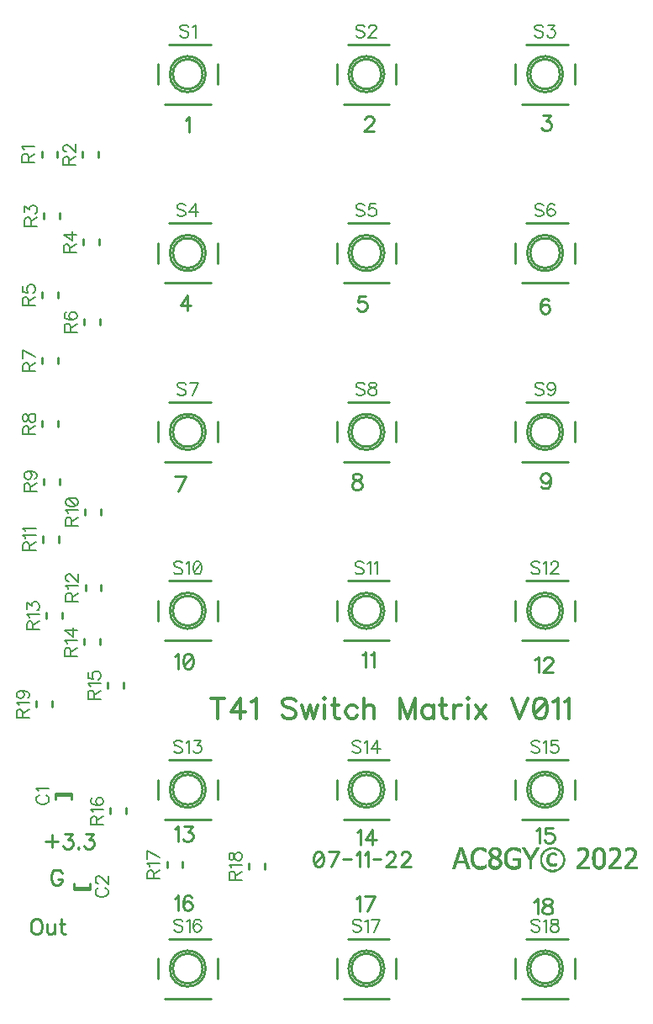
<source format=gbr>
G04 DipTrace 3.3.1.1*
G04 TopSilk.gbr*
%MOIN*%
G04 #@! TF.FileFunction,Legend,Top*
G04 #@! TF.Part,Single*
%ADD10C,0.009843*%
%ADD12C,0.003*%
%ADD36C,0.00772*%
%ADD37C,0.009264*%
%ADD38C,0.012351*%
%FSLAX26Y26*%
G04*
G70*
G90*
G75*
G01*
G04 TopSilk*
%LPD*%
X598756Y1258567D2*
D10*
X661685D1*
X598756Y1266016D2*
X661685D1*
X598756D2*
Y1242457D1*
X661685Y1266016D2*
Y1242457D1*
X542710Y3808214D2*
Y3784655D1*
X605639Y3808214D2*
Y3784655D1*
X768525D2*
Y3808214D1*
X705596Y3784655D2*
Y3808214D1*
X615591Y3542490D2*
Y3566049D1*
X552661Y3542490D2*
Y3566049D1*
X707024Y3460898D2*
Y3437339D1*
X769953Y3460898D2*
Y3437339D1*
X544165Y3250933D2*
Y3227374D1*
X607094Y3250933D2*
Y3227374D1*
X710085Y3144148D2*
Y3120589D1*
X773014Y3144148D2*
Y3120589D1*
X545976Y2990591D2*
Y2967031D1*
X608906Y2990591D2*
Y2967031D1*
X608752Y2716613D2*
Y2740172D1*
X545823Y2716613D2*
Y2740172D1*
X613100Y2488717D2*
Y2512276D1*
X550171Y2488717D2*
Y2512276D1*
X777885Y2369287D2*
Y2392846D1*
X714955Y2369287D2*
Y2392846D1*
X546450Y2283341D2*
Y2259782D1*
X609379Y2283341D2*
Y2259782D1*
X716224Y2092848D2*
Y2069289D1*
X779154Y2092848D2*
Y2069289D1*
X561409Y1980406D2*
Y1956846D1*
X624339Y1980406D2*
Y1956846D1*
X710904Y1877531D2*
Y1853972D1*
X773833Y1877531D2*
Y1853972D1*
X803642Y1705907D2*
Y1682348D1*
X866571Y1705907D2*
Y1682348D1*
X815291Y1206961D2*
Y1183402D1*
X878220Y1206961D2*
Y1183402D1*
X520440Y1630143D2*
Y1606584D1*
X583369Y1630143D2*
Y1606584D1*
X1051484Y4114472D2*
G02X1051484Y4114472I70862J0D01*
G01*
X1031791Y3996355D2*
X1212902D1*
X1240472Y4075076D2*
Y4153845D1*
X1212902Y4232590D2*
X1047546D1*
X1004221Y4153845D2*
Y4075076D1*
X1063300Y4114460D2*
G02X1063300Y4114460I59046J0D01*
G01*
X1760146Y4114472D2*
G02X1760146Y4114472I70862J0D01*
G01*
X1740453Y3996355D2*
X1921563D1*
X1949133Y4075076D2*
Y4153845D1*
X1921563Y4232590D2*
X1756207D1*
X1712883Y4153845D2*
Y4075076D1*
X1771961Y4114460D2*
G02X1771961Y4114460I59046J0D01*
G01*
X2468807Y4114472D2*
G02X2468807Y4114472I70862J0D01*
G01*
X2449114Y3996355D2*
X2630224D1*
X2657794Y4075076D2*
Y4153845D1*
X2630224Y4232590D2*
X2464869D1*
X2421544Y4153845D2*
Y4075076D1*
X2480623Y4114460D2*
G02X2480623Y4114460I59046J0D01*
G01*
X1051484Y3405811D2*
G02X1051484Y3405811I70862J0D01*
G01*
X1031791Y3287694D2*
X1212902D1*
X1240472Y3366414D2*
Y3445183D1*
X1212902Y3523928D2*
X1047546D1*
X1004221Y3445183D2*
Y3366414D1*
X1063300Y3405799D2*
G02X1063300Y3405799I59046J0D01*
G01*
X1760146Y3405811D2*
G02X1760146Y3405811I70862J0D01*
G01*
X1740453Y3287694D2*
X1921563D1*
X1949133Y3366414D2*
Y3445183D1*
X1921563Y3523928D2*
X1756207D1*
X1712883Y3445183D2*
Y3366414D1*
X1771961Y3405799D2*
G02X1771961Y3405799I59046J0D01*
G01*
X2468807Y3405811D2*
G02X2468807Y3405811I70862J0D01*
G01*
X2449114Y3287694D2*
X2630224D1*
X2657794Y3366414D2*
Y3445183D1*
X2630224Y3523928D2*
X2464869D1*
X2421544Y3445183D2*
Y3366414D1*
X2480623Y3405799D2*
G02X2480623Y3405799I59046J0D01*
G01*
X1051484Y2697150D2*
G02X1051484Y2697150I70862J0D01*
G01*
X1031791Y2579032D2*
X1212902D1*
X1240472Y2657753D2*
Y2736522D1*
X1212902Y2815267D2*
X1047546D1*
X1004221Y2736522D2*
Y2657753D1*
X1063300Y2697137D2*
G02X1063300Y2697137I59046J0D01*
G01*
X1760146Y2697150D2*
G02X1760146Y2697150I70862J0D01*
G01*
X1740453Y2579032D2*
X1921563D1*
X1949133Y2657753D2*
Y2736522D1*
X1921563Y2815267D2*
X1756207D1*
X1712883Y2736522D2*
Y2657753D1*
X1771961Y2697137D2*
G02X1771961Y2697137I59046J0D01*
G01*
X2468807Y2697150D2*
G02X2468807Y2697150I70862J0D01*
G01*
X2449114Y2579032D2*
X2630224D1*
X2657794Y2657753D2*
Y2736522D1*
X2630224Y2815267D2*
X2464869D1*
X2421544Y2736522D2*
Y2657753D1*
X2480623Y2697137D2*
G02X2480623Y2697137I59046J0D01*
G01*
X1051484Y1988488D2*
G02X1051484Y1988488I70862J0D01*
G01*
X1031791Y1870371D2*
X1212902D1*
X1240472Y1949091D2*
Y2027861D1*
X1212902Y2106606D2*
X1047546D1*
X1004221Y2027861D2*
Y1949091D1*
X1063300Y1988476D2*
G02X1063300Y1988476I59046J0D01*
G01*
X1760146Y1988488D2*
G02X1760146Y1988488I70862J0D01*
G01*
X1740453Y1870371D2*
X1921563D1*
X1949133Y1949091D2*
Y2027861D1*
X1921563Y2106606D2*
X1756207D1*
X1712883Y2027861D2*
Y1949091D1*
X1771961Y1988476D2*
G02X1771961Y1988476I59046J0D01*
G01*
X2468807Y1988488D2*
G02X2468807Y1988488I70862J0D01*
G01*
X2449114Y1870371D2*
X2630224D1*
X2657794Y1949091D2*
Y2027861D1*
X2630224Y2106606D2*
X2464869D1*
X2421544Y2027861D2*
Y1949091D1*
X2480623Y1988476D2*
G02X2480623Y1988476I59046J0D01*
G01*
X1760146Y1279827D2*
G02X1760146Y1279827I70862J0D01*
G01*
X1740453Y1161709D2*
X1921563D1*
X1949133Y1240430D2*
Y1319199D1*
X1921563Y1397944D2*
X1756207D1*
X1712883Y1319199D2*
Y1240430D1*
X1771961Y1279815D2*
G02X1771961Y1279815I59046J0D01*
G01*
X2468807Y1279827D2*
G02X2468807Y1279827I70862J0D01*
G01*
X2449114Y1161709D2*
X2630224D1*
X2657794Y1240430D2*
Y1319199D1*
X2630224Y1397944D2*
X2464869D1*
X2421544Y1319199D2*
Y1240430D1*
X2480623Y1279815D2*
G02X2480623Y1279815I59046J0D01*
G01*
X1051484Y571165D2*
G02X1051484Y571165I70862J0D01*
G01*
X1031791Y453048D2*
X1212902D1*
X1240472Y531769D2*
Y610538D1*
X1212902Y689283D2*
X1047546D1*
X1004221Y610538D2*
Y531769D1*
X1063300Y571153D2*
G02X1063300Y571153I59046J0D01*
G01*
X1760146Y571165D2*
G02X1760146Y571165I70862J0D01*
G01*
X1740453Y453048D2*
X1921563D1*
X1949133Y531769D2*
Y610538D1*
X1921563Y689283D2*
X1756207D1*
X1712883Y610538D2*
Y531769D1*
X1771961Y571153D2*
G02X1771961Y571153I59046J0D01*
G01*
X2468807Y571165D2*
G02X2468807Y571165I70862J0D01*
G01*
X2449114Y453048D2*
X2630224D1*
X2657794Y531769D2*
Y610538D1*
X2630224Y689283D2*
X2464869D1*
X2421544Y610538D2*
Y531769D1*
X2480623Y571153D2*
G02X2480623Y571153I59046J0D01*
G01*
X1051484Y1279827D2*
G02X1051484Y1279827I70862J0D01*
G01*
X1031791Y1161709D2*
X1212902D1*
X1240472Y1240430D2*
Y1319199D1*
X1212902Y1397944D2*
X1047546D1*
X1004221Y1319199D2*
Y1240430D1*
X1063300Y1279815D2*
G02X1063300Y1279815I59046J0D01*
G01*
X735253Y892648D2*
X672324D1*
X735253Y885199D2*
X672324D1*
X735253D2*
Y908759D1*
X672324Y885199D2*
Y908759D1*
X1039550Y993486D2*
Y969927D1*
X1102479Y993486D2*
Y969927D1*
X1363547Y988774D2*
Y965215D1*
X1426476Y988774D2*
Y965215D1*
X2272720Y1051664D2*
D12*
X2289220D1*
X2332720D2*
X2347720D1*
X2406220D2*
X2422720D1*
X2559220D2*
X2577220D1*
X2679220D2*
X2694220D1*
X2746720D2*
X2758720D1*
X2805220D2*
X2820220D1*
X2868220D2*
X2883220D1*
X2199220Y1050164D2*
X2211220D1*
X2268753D2*
X2293825D1*
X2329323D2*
X2351118D1*
X2402072D2*
X2428024D1*
X2448220D2*
X2458720D1*
X2503720D2*
X2514220D1*
X2554329D2*
X2581605D1*
X2674681D2*
X2697850D1*
X2743323D2*
X2762118D1*
X2800681D2*
X2823850D1*
X2863681D2*
X2886850D1*
X2198471Y1048664D2*
X2211790D1*
X2265306D2*
X2297942D1*
X2326515D2*
X2353926D1*
X2398393D2*
X2432624D1*
X2449151D2*
X2459702D1*
X2502739D2*
X2513239D1*
X2550079D2*
X2585461D1*
X2671246D2*
X2701024D1*
X2740515D2*
X2764926D1*
X2797246D2*
X2827024D1*
X2860246D2*
X2890024D1*
X2197848Y1047164D2*
X2212429D1*
X2262442D2*
X2301267D1*
X2324294D2*
X2356147D1*
X2395309D2*
X2436358D1*
X2450012D2*
X2460703D1*
X2501738D2*
X2512238D1*
X2546603D2*
X2588838D1*
X2668740D2*
X2703580D1*
X2738294D2*
X2767141D1*
X2794740D2*
X2829580D1*
X2857740D2*
X2892580D1*
X2197264Y1045664D2*
X2213079D1*
X2260070D2*
X2303881D1*
X2322460D2*
X2357981D1*
X2392700D2*
X2439052D1*
X2450862D2*
X2461721D1*
X2500720D2*
X2511220D1*
X2543819D2*
X2559810D1*
X2576631D2*
X2591788D1*
X2667944D2*
X2705486D1*
X2736460D2*
X2768928D1*
X2793944D2*
X2831486D1*
X2856944D2*
X2894486D1*
X2196730Y1044164D2*
X2213663D1*
X2258098D2*
X2304991D1*
X2320868D2*
X2334515D1*
X2345926D2*
X2359573D1*
X2390465D2*
X2441010D1*
X2451778D2*
X2462662D1*
X2499779D2*
X2510279D1*
X2541477D2*
X2555061D1*
X2581380D2*
X2594310D1*
X2667523D2*
X2706858D1*
X2734868D2*
X2770376D1*
X2793523D2*
X2832858D1*
X2856523D2*
X2895858D1*
X2196233Y1042664D2*
X2214182D1*
X2256380D2*
X2274578D1*
X2287426D2*
X2305382D1*
X2319508D2*
X2332144D1*
X2348297D2*
X2360933D1*
X2388562D2*
X2406753D1*
X2420631D2*
X2441641D1*
X2452753D2*
X2463520D1*
X2498921D2*
X2509421D1*
X2539316D2*
X2551109D1*
X2585326D2*
X2596537D1*
X2667337D2*
X2681309D1*
X2692426D2*
X2707897D1*
X2733508D2*
X2747021D1*
X2757100D2*
X2771521D1*
X2793337D2*
X2807316D1*
X2818426D2*
X2833897D1*
X2856337D2*
X2870316D1*
X2881426D2*
X2896897D1*
X2195667Y1041164D2*
X2214714D1*
X2254838D2*
X2270952D1*
X2291297D2*
X2305582D1*
X2318405D2*
X2330194D1*
X2350241D2*
X2362036D1*
X2386918D2*
X2403306D1*
X2425380D2*
X2441977D1*
X2453675D2*
X2464367D1*
X2498074D2*
X2508574D1*
X2537304D2*
X2547819D1*
X2588563D2*
X2598646D1*
X2667263D2*
X2676544D1*
X2694797D2*
X2708765D1*
X2732405D2*
X2744697D1*
X2759651D2*
X2772460D1*
X2793263D2*
X2802618D1*
X2820797D2*
X2834765D1*
X2856263D2*
X2865618D1*
X2883797D2*
X2897765D1*
X2195022Y1039664D2*
X2215225D1*
X2253492D2*
X2268059D1*
X2294741D2*
X2305668D1*
X2317532D2*
X2328648D1*
X2351741D2*
X2362909D1*
X2385524D2*
X2400442D1*
X2429326D2*
X2442126D1*
X2454519D2*
X2465280D1*
X2497161D2*
X2507661D1*
X2535493D2*
X2545026D1*
X2591165D2*
X2600587D1*
X2667235D2*
X2672471D1*
X2696747D2*
X2709515D1*
X2731526D2*
X2742891D1*
X2761630D2*
X2773288D1*
X2793235D2*
X2798842D1*
X2822747D2*
X2835515D1*
X2856235D2*
X2861842D1*
X2885747D2*
X2898515D1*
X2194367Y1038164D2*
X2215708D1*
X2252343D2*
X2265809D1*
X2297735D2*
X2305702D1*
X2316894D2*
X2327460D1*
X2352790D2*
X2363541D1*
X2384355D2*
X2398076D1*
X2432563D2*
X2442186D1*
X2455315D2*
X2466254D1*
X2496187D2*
X2506687D1*
X2533842D2*
X2542577D1*
X2593255D2*
X2602201D1*
X2667220D2*
X2668720D1*
X2698293D2*
X2710140D1*
X2730842D2*
X2741566D1*
X2763054D2*
X2774023D1*
X2793225D2*
X2795845D1*
X2824293D2*
X2836140D1*
X2856225D2*
X2858845D1*
X2887293D2*
X2899140D1*
X2193780Y1036664D2*
X2202215D1*
X2206778D2*
X2216223D1*
X2251275D2*
X2263965D1*
X2300237D2*
X2305714D1*
X2316473D2*
X2326553D1*
X2353529D2*
X2363909D1*
X2383285D2*
X2396156D1*
X2435165D2*
X2442208D1*
X2456089D2*
X2467175D1*
X2495266D2*
X2505766D1*
X2532324D2*
X2540416D1*
X2595031D2*
X2603497D1*
X2699481D2*
X2710674D1*
X2730282D2*
X2740589D1*
X2764120D2*
X2774642D1*
X2793220D2*
D3*
X2825481D2*
X2836674D1*
X2856220D2*
D3*
X2888481D2*
X2899674D1*
X2193260Y1035164D2*
X2202162D1*
X2206970D2*
X2216728D1*
X2250232D2*
X2262370D1*
X2302321D2*
X2305718D1*
X2316101D2*
X2325907D1*
X2354149D2*
X2364090D1*
X2382286D2*
X2394624D1*
X2437257D2*
X2442216D1*
X2456895D2*
X2468019D1*
X2494422D2*
X2504916D1*
X2530987D2*
X2538543D1*
X2596648D2*
X2604676D1*
X2700388D2*
X2711205D1*
X2729742D2*
X2739865D1*
X2764958D2*
X2775175D1*
X2826388D2*
X2837205D1*
X2889388D2*
X2900205D1*
X2192728Y1033664D2*
X2201971D1*
X2207335D2*
X2217209D1*
X2249289D2*
X2261009D1*
X2304220D2*
X2305720D1*
X2315668D2*
X2325540D1*
X2354645D2*
X2364170D1*
X2381480D2*
X2393394D1*
X2439045D2*
X2442219D1*
X2457790D2*
X2468815D1*
X2493626D2*
X2504073D1*
X2529841D2*
X2536911D1*
X2598194D2*
X2605890D1*
X2701034D2*
X2711665D1*
X2729272D2*
X2739290D1*
X2765618D2*
X2775705D1*
X2827034D2*
X2837665D1*
X2890034D2*
X2900665D1*
X2192216Y1032164D2*
X2201606D1*
X2207773D2*
X2217724D1*
X2248480D2*
X2259899D1*
X2315304D2*
X2325410D1*
X2354945D2*
X2364202D1*
X2380840D2*
X2392300D1*
X2440720D2*
X2442220D1*
X2458758D2*
X2469589D1*
X2492852D2*
X2503161D1*
X2528775D2*
X2535521D1*
X2599705D2*
X2607070D1*
X2701406D2*
X2711958D1*
X2728925D2*
X2738744D1*
X2766166D2*
X2776165D1*
X2827406D2*
X2837958D1*
X2890406D2*
X2900958D1*
X2191733Y1030664D2*
X2201168D1*
X2208225D2*
X2218229D1*
X2247825D2*
X2258974D1*
X2315222D2*
X2325527D1*
X2355047D2*
X2364214D1*
X2380209D2*
X2391292D1*
X2459676D2*
X2470395D1*
X2492046D2*
X2502187D1*
X2527732D2*
X2534354D1*
X2563720D2*
X2575720D1*
X2601159D2*
X2608146D1*
X2701590D2*
X2712108D1*
X2728583D2*
X2738278D1*
X2766702D2*
X2776464D1*
X2827590D2*
X2838108D1*
X2890590D2*
X2901108D1*
X2191218Y1029164D2*
X2200716D1*
X2208730D2*
X2218709D1*
X2247276D2*
X2258150D1*
X2315437D2*
X2325913D1*
X2354926D2*
X2364212D1*
X2379538D2*
X2390482D1*
X2460525D2*
X2471290D1*
X2491151D2*
X2501266D1*
X2526783D2*
X2533279D1*
X2560091D2*
X2579516D1*
X2602470D2*
X2609183D1*
X2701670D2*
X2712170D1*
X2728156D2*
X2737984D1*
X2767164D2*
X2776667D1*
X2827670D2*
X2838170D1*
X2890670D2*
X2901170D1*
X2190712Y1027664D2*
X2200211D1*
X2209231D2*
X2219224D1*
X2246739D2*
X2257423D1*
X2315763D2*
X2326535D1*
X2354589D2*
X2364161D1*
X2378879D2*
X2389846D1*
X2461368D2*
X2472258D1*
X2490183D2*
X2500416D1*
X2525928D2*
X2532234D1*
X2556917D2*
X2582569D1*
X2603605D2*
X2610215D1*
X2701696D2*
X2712145D1*
X2727743D2*
X2737827D1*
X2767457D2*
X2776926D1*
X2827696D2*
X2838145D1*
X2890696D2*
X2901145D1*
X2190232Y1026164D2*
X2199710D1*
X2209710D2*
X2219729D1*
X2246271D2*
X2256851D1*
X2316050D2*
X2327401D1*
X2354162D2*
X2363965D1*
X2378335D2*
X2389262D1*
X2462280D2*
X2473176D1*
X2489265D2*
X2499573D1*
X2525128D2*
X2531283D1*
X2554361D2*
X2583873D1*
X2604668D2*
X2611155D1*
X2701655D2*
X2711965D1*
X2727471D2*
X2737706D1*
X2767608D2*
X2777313D1*
X2827655D2*
X2837965D1*
X2890655D2*
X2900965D1*
X2189717Y1024664D2*
X2199231D1*
X2210224D2*
X2220209D1*
X2245925D2*
X2256457D1*
X2316376D2*
X2328538D1*
X2353708D2*
X2363547D1*
X2377951D2*
X2388729D1*
X2463254D2*
X2474025D1*
X2488415D2*
X2498661D1*
X2524358D2*
X2530428D1*
X2552449D2*
X2584328D1*
X2605710D2*
X2611961D1*
X2701468D2*
X2711609D1*
X2727328D2*
X2737487D1*
X2767676D2*
X2777708D1*
X2827468D2*
X2837609D1*
X2890468D2*
X2900609D1*
X2189212Y1023164D2*
X2198717D1*
X2210729D2*
X2220724D1*
X2245583D2*
X2256095D1*
X2316854D2*
X2329915D1*
X2353152D2*
X2362919D1*
X2377593D2*
X2388238D1*
X2464175D2*
X2474868D1*
X2487573D2*
X2497687D1*
X2523605D2*
X2529628D1*
X2551030D2*
X2564015D1*
X2575445D2*
X2584561D1*
X2606653D2*
X2612617D1*
X2701105D2*
X2711220D1*
X2727263D2*
X2737117D1*
X2767704D2*
X2777974D1*
X2827105D2*
X2837220D1*
X2890105D2*
X2900220D1*
X2188732Y1021664D2*
X2198212D1*
X2211209D2*
X2221229D1*
X2245156D2*
X2255660D1*
X2317513D2*
X2331585D1*
X2352455D2*
X2362101D1*
X2377159D2*
X2387725D1*
X2465025D2*
X2475780D1*
X2486661D2*
X2496766D1*
X2522900D2*
X2528858D1*
X2549853D2*
X2561644D1*
X2579418D2*
X2584664D1*
X2607461D2*
X2613165D1*
X2700668D2*
X2710906D1*
X2727231D2*
X2736729D1*
X2767715D2*
X2778114D1*
X2826668D2*
X2836906D1*
X2889668D2*
X2899906D1*
X2188217Y1020164D2*
X2197732D1*
X2211724D2*
X2221709D1*
X2244743D2*
X2255245D1*
X2318393D2*
X2333680D1*
X2351540D2*
X2361159D1*
X2376745D2*
X2387272D1*
X2465868D2*
X2476766D1*
X2485675D2*
X2495916D1*
X2522292D2*
X2528105D1*
X2548811D2*
X2559694D1*
X2583220D2*
X2584720D1*
X2608116D2*
X2613701D1*
X2700210D2*
X2710576D1*
X2727168D2*
X2736466D1*
X2767718D2*
X2778178D1*
X2826210D2*
X2836576D1*
X2889210D2*
X2899576D1*
X2187712Y1018664D2*
X2197217D1*
X2212229D2*
X2222224D1*
X2244471D2*
X2254972D1*
X2319536D2*
X2336333D1*
X2350226D2*
X2360194D1*
X2376472D2*
X2386982D1*
X2466780D2*
X2477796D1*
X2484645D2*
X2495073D1*
X2521764D2*
X2527406D1*
X2547989D2*
X2558148D1*
X2608665D2*
X2614170D1*
X2699653D2*
X2710148D1*
X2726973D2*
X2736326D1*
X2767726D2*
X2778205D1*
X2825653D2*
X2836148D1*
X2888653D2*
X2899148D1*
X2187232Y1017164D2*
X2196712D1*
X2212709D2*
X2222729D1*
X2244328D2*
X2254828D1*
X2320903D2*
X2339779D1*
X2348208D2*
X2359105D1*
X2376328D2*
X2386832D1*
X2467754D2*
X2479065D1*
X2483375D2*
X2494161D1*
X2521235D2*
X2526845D1*
X2547349D2*
X2556960D1*
X2609201D2*
X2614516D1*
X2698961D2*
X2709678D1*
X2726612D2*
X2736263D1*
X2767779D2*
X2778215D1*
X2824961D2*
X2835678D1*
X2887961D2*
X2898678D1*
X2186717Y1015664D2*
X2196232D1*
X2213224D2*
X2223209D1*
X2244263D2*
X2254763D1*
X2322459D2*
X2344206D1*
X2345251D2*
X2357706D1*
X2376263D2*
X2386765D1*
X2468675D2*
X2480763D1*
X2481678D2*
X2493181D1*
X2520775D2*
X2526455D1*
X2546769D2*
X2556053D1*
X2609664D2*
X2614858D1*
X2698116D2*
X2709163D1*
X2726227D2*
X2736236D1*
X2767970D2*
X2778219D1*
X2824116D2*
X2835163D1*
X2887116D2*
X2898163D1*
X2186212Y1014164D2*
X2195717D1*
X2213729D2*
X2223724D1*
X2244236D2*
X2254736D1*
X2324067D2*
X2355986D1*
X2376236D2*
X2386737D1*
X2469525D2*
X2492213D1*
X2520483D2*
X2526094D1*
X2546282D2*
X2555407D1*
X2609963D2*
X2615285D1*
X2697165D2*
X2708463D1*
X2725965D2*
X2736226D1*
X2768329D2*
X2778220D1*
X2823165D2*
X2834463D1*
X2886165D2*
X2897463D1*
X2185732Y1012664D2*
X2195212D1*
X2214209D2*
X2224229D1*
X2244226D2*
X2254726D1*
X2325488D2*
X2354110D1*
X2376226D2*
X2386726D1*
X2470368D2*
X2491225D1*
X2520333D2*
X2525660D1*
X2545929D2*
X2555034D1*
X2610167D2*
X2615698D1*
X2696201D2*
X2707596D1*
X2725826D2*
X2736222D1*
X2768714D2*
X2778220D1*
X2822201D2*
X2833596D1*
X2885201D2*
X2896596D1*
X2185217Y1011164D2*
X2194732D1*
X2214724D2*
X2224709D1*
X2244222D2*
X2254722D1*
X2326720D2*
X2352220D1*
X2376222D2*
X2386722D1*
X2471280D2*
X2490214D1*
X2520265D2*
X2525245D1*
X2545584D2*
X2554846D1*
X2610426D2*
X2615970D1*
X2695170D2*
X2706679D1*
X2725763D2*
X2736221D1*
X2768976D2*
X2778220D1*
X2821170D2*
X2832679D1*
X2884170D2*
X2895679D1*
X2184712Y1009664D2*
X2194217D1*
X2215229D2*
X2225224D1*
X2244221D2*
X2254721D1*
X2324528D2*
X2354645D1*
X2376221D2*
X2386721D1*
X2472254D2*
X2489276D1*
X2520237D2*
X2524972D1*
X2545156D2*
X2554713D1*
X2610813D2*
X2616113D1*
X2694016D2*
X2705712D1*
X2725736D2*
X2736221D1*
X2769109D2*
X2778220D1*
X2820016D2*
X2831712D1*
X2883016D2*
X2894712D1*
X2184232Y1008164D2*
X2193712D1*
X2215709D2*
X2225729D1*
X2244221D2*
X2254721D1*
X2322597D2*
X2333021D1*
X2335426D2*
X2356947D1*
X2376221D2*
X2386721D1*
X2412220D2*
X2442220D1*
X2473175D2*
X2488425D1*
X2520226D2*
X2524828D1*
X2544744D2*
X2554495D1*
X2611208D2*
X2616178D1*
X2692858D2*
X2704703D1*
X2725726D2*
X2736221D1*
X2769120D2*
X2778220D1*
X2818858D2*
X2830703D1*
X2881858D2*
X2893703D1*
X2183717Y1006664D2*
X2193232D1*
X2216224D2*
X2226209D1*
X2244221D2*
X2254721D1*
X2320885D2*
X2330697D1*
X2339303D2*
X2359048D1*
X2376221D2*
X2386721D1*
X2412220D2*
X2442220D1*
X2474019D2*
X2487633D1*
X2520222D2*
X2524763D1*
X2544471D2*
X2554177D1*
X2611474D2*
X2616205D1*
X2691785D2*
X2703716D1*
X2725728D2*
X2736220D1*
X2768955D2*
X2778220D1*
X2817785D2*
X2829716D1*
X2880785D2*
X2892716D1*
X2183212Y1005164D2*
X2192723D1*
X2216734D2*
X2226724D1*
X2244220D2*
X2254720D1*
X2319341D2*
X2328891D1*
X2342799D2*
X2360855D1*
X2376220D2*
X2386720D1*
X2412220D2*
X2442220D1*
X2474810D2*
X2486917D1*
X2520221D2*
X2524736D1*
X2544334D2*
X2553979D1*
X2611608D2*
X2616215D1*
X2690698D2*
X2702669D1*
X2725780D2*
X2736220D1*
X2768606D2*
X2778220D1*
X2816698D2*
X2828669D1*
X2879698D2*
X2891669D1*
X2182732Y1003664D2*
X2192271D1*
X2217273D2*
X2227229D1*
X2244220D2*
X2254720D1*
X2317999D2*
X2327560D1*
X2345984D2*
X2362336D1*
X2376220D2*
X2386720D1*
X2412220D2*
X2442220D1*
X2475525D2*
X2486355D1*
X2520221D2*
X2524726D1*
X2544322D2*
X2554075D1*
X2611620D2*
X2616219D1*
X2689470D2*
X2701459D1*
X2725970D2*
X2736220D1*
X2768225D2*
X2778220D1*
X2815470D2*
X2827459D1*
X2878470D2*
X2890459D1*
X2182217Y1002164D2*
X2191980D1*
X2218027D2*
X2227709D1*
X2244220D2*
X2254726D1*
X2316902D2*
X2326536D1*
X2348834D2*
X2363497D1*
X2376220D2*
X2386726D1*
X2412220D2*
X2442220D1*
X2476086D2*
X2486015D1*
X2520221D2*
X2524722D1*
X2544486D2*
X2554320D1*
X2611455D2*
X2616220D1*
X2688113D2*
X2700109D1*
X2726330D2*
X2736220D1*
X2767965D2*
X2778220D1*
X2814113D2*
X2826109D1*
X2877113D2*
X2889109D1*
X2181712Y1000664D2*
X2191823D1*
X2219056D2*
X2228224D1*
X2244226D2*
X2254779D1*
X2316025D2*
X2325673D1*
X2351209D2*
X2364394D1*
X2376226D2*
X2386779D1*
X2412220D2*
X2442220D1*
X2476426D2*
X2485845D1*
X2520220D2*
X2524727D1*
X2544835D2*
X2554518D1*
X2611106D2*
X2616220D1*
X2686678D2*
X2698676D1*
X2726714D2*
X2736220D1*
X2767826D2*
X2778220D1*
X2812678D2*
X2824676D1*
X2875678D2*
X2887676D1*
X2181232Y999164D2*
X2228729D1*
X2244279D2*
X2254970D1*
X2315341D2*
X2324931D1*
X2352987D2*
X2365041D1*
X2376279D2*
X2386970D1*
X2431720D2*
X2442220D1*
X2476596D2*
X2485769D1*
X2520220D2*
X2524779D1*
X2545216D2*
X2554636D1*
X2610725D2*
X2616215D1*
X2685210D2*
X2697204D1*
X2726976D2*
X2736226D1*
X2767762D2*
X2778220D1*
X2811210D2*
X2823204D1*
X2874210D2*
X2886204D1*
X2180717Y997664D2*
X2229209D1*
X2244470D2*
X2255329D1*
X2314782D2*
X2324360D1*
X2354181D2*
X2365466D1*
X2376470D2*
X2387335D1*
X2431720D2*
X2442220D1*
X2476672D2*
X2485738D1*
X2520220D2*
X2524970D1*
X2545482D2*
X2554743D1*
X2610465D2*
X2616162D1*
X2683773D2*
X2695715D1*
X2727115D2*
X2736279D1*
X2767736D2*
X2778215D1*
X2809773D2*
X2821715D1*
X2872773D2*
X2884715D1*
X2180212Y996164D2*
X2229724D1*
X2244835D2*
X2255720D1*
X2314242D2*
X2324017D1*
X2354986D2*
X2365840D1*
X2376835D2*
X2387773D1*
X2431720D2*
X2442220D1*
X2476702D2*
X2485727D1*
X2520226D2*
X2525330D1*
X2545674D2*
X2554962D1*
X2610320D2*
X2615971D1*
X2682468D2*
X2694224D1*
X2727178D2*
X2736470D1*
X2767726D2*
X2778162D1*
X2808468D2*
X2820224D1*
X2871468D2*
X2883224D1*
X2179732Y994664D2*
X2230229D1*
X2245273D2*
X2256034D1*
X2313777D2*
X2323845D1*
X2355633D2*
X2366279D1*
X2377273D2*
X2388225D1*
X2431720D2*
X2442220D1*
X2476714D2*
X2485723D1*
X2520279D2*
X2525720D1*
X2545934D2*
X2555389D1*
X2610204D2*
X2615611D1*
X2681329D2*
X2692773D1*
X2727211D2*
X2736829D1*
X2767722D2*
X2777971D1*
X2807329D2*
X2818773D1*
X2870329D2*
X2881773D1*
X2179217Y993164D2*
X2230709D1*
X2245725D2*
X2256370D1*
X2313484D2*
X2323769D1*
X2356139D2*
X2366695D1*
X2377725D2*
X2388730D1*
X2431720D2*
X2442220D1*
X2476718D2*
X2485721D1*
X2520470D2*
X2526034D1*
X2546372D2*
X2556027D1*
X2609986D2*
X2615221D1*
X2680214D2*
X2691411D1*
X2727273D2*
X2737214D1*
X2767715D2*
X2777611D1*
X2806214D2*
X2817411D1*
X2869214D2*
X2880411D1*
X2178712Y991664D2*
X2231224D1*
X2246230D2*
X2256846D1*
X2313333D2*
X2323738D1*
X2356448D2*
X2366963D1*
X2378230D2*
X2389236D1*
X2431720D2*
X2442220D1*
X2476720D2*
X2485721D1*
X2520835D2*
X2526370D1*
X2546964D2*
X2556904D1*
X2609611D2*
X2614907D1*
X2678976D2*
X2690080D1*
X2727468D2*
X2737482D1*
X2767662D2*
X2777227D1*
X2804976D2*
X2816080D1*
X2867976D2*
X2879080D1*
X2178232Y990164D2*
X2187163D1*
X2221778D2*
X2231729D1*
X2246731D2*
X2257454D1*
X2313271D2*
X2323733D1*
X2356599D2*
X2367054D1*
X2378731D2*
X2389768D1*
X2431720D2*
X2442220D1*
X2476720D2*
X2485721D1*
X2521273D2*
X2526846D1*
X2547647D2*
X2558137D1*
X2609170D2*
X2614576D1*
X2677615D2*
X2688605D1*
X2727829D2*
X2737673D1*
X2767471D2*
X2776959D1*
X2803615D2*
X2814605D1*
X2866615D2*
X2877605D1*
X2177717Y988664D2*
X2186971D1*
X2221970D2*
X2232209D1*
X2247216D2*
X2258144D1*
X2313296D2*
X2323781D1*
X2356617D2*
X2366928D1*
X2379216D2*
X2390474D1*
X2431720D2*
X2442220D1*
X2476720D2*
X2485720D1*
X2521731D2*
X2527454D1*
X2548422D2*
X2559678D1*
X2583220D2*
X2584720D1*
X2608710D2*
X2614148D1*
X2676178D2*
X2686982D1*
X2728220D2*
X2737928D1*
X2767106D2*
X2776768D1*
X2802178D2*
X2812982D1*
X2865178D2*
X2875982D1*
X2177212Y987164D2*
X2186612D1*
X2222335D2*
X2232724D1*
X2247777D2*
X2258921D1*
X2313476D2*
X2323977D1*
X2356448D2*
X2366595D1*
X2379777D2*
X2391344D1*
X2431720D2*
X2442220D1*
X2476720D2*
X2485720D1*
X2522282D2*
X2528138D1*
X2549362D2*
X2563645D1*
X2577488D2*
X2584720D1*
X2608153D2*
X2613684D1*
X2674705D2*
X2685360D1*
X2728534D2*
X2738320D1*
X2766668D2*
X2776513D1*
X2800705D2*
X2811360D1*
X2863705D2*
X2874360D1*
X2176732Y985664D2*
X2186221D1*
X2222773D2*
X2233229D1*
X2248426D2*
X2259856D1*
X2313837D2*
X2324394D1*
X2356047D2*
X2366215D1*
X2380426D2*
X2392267D1*
X2431720D2*
X2442220D1*
X2476720D2*
X2485720D1*
X2522928D2*
X2528862D1*
X2550574D2*
X2569741D1*
X2569767D2*
X2584709D1*
X2607461D2*
X2613215D1*
X2673209D2*
X2683784D1*
X2728865D2*
X2738767D1*
X2766210D2*
X2776121D1*
X2799209D2*
X2809784D1*
X2862209D2*
X2872784D1*
X2176217Y984164D2*
X2185907D1*
X2223225D2*
X2233709D1*
X2249133D2*
X2261016D1*
X2304220D2*
X2305720D1*
X2314273D2*
X2325028D1*
X2355469D2*
X2365905D1*
X2381133D2*
X2393293D1*
X2431720D2*
X2442220D1*
X2476720D2*
X2485720D1*
X2523628D2*
X2529606D1*
X2552106D2*
X2584586D1*
X2606616D2*
X2612655D1*
X2671666D2*
X2682247D1*
X2729293D2*
X2739229D1*
X2765659D2*
X2775674D1*
X2797666D2*
X2808247D1*
X2860666D2*
X2871247D1*
X2175712Y982664D2*
X2185576D1*
X2223730D2*
X2234224D1*
X2249917D2*
X2262351D1*
X2302477D2*
X2305720D1*
X2314732D2*
X2325899D1*
X2354785D2*
X2365570D1*
X2381917D2*
X2394552D1*
X2431715D2*
X2442220D1*
X2476720D2*
X2485720D1*
X2524358D2*
X2530401D1*
X2554004D2*
X2584287D1*
X2605665D2*
X2611961D1*
X2670029D2*
X2680731D1*
X2729757D2*
X2739788D1*
X2765007D2*
X2775212D1*
X2796029D2*
X2806731D1*
X2859029D2*
X2869731D1*
X2175232Y981164D2*
X2185148D1*
X2224231D2*
X2234729D1*
X2250855D2*
X2263839D1*
X2300488D2*
X2305720D1*
X2315282D2*
X2327037D1*
X2353954D2*
X2365089D1*
X2382855D2*
X2396154D1*
X2431638D2*
X2442220D1*
X2476720D2*
X2485720D1*
X2525105D2*
X2531293D1*
X2556326D2*
X2582655D1*
X2604701D2*
X2611117D1*
X2668367D2*
X2679224D1*
X2730226D2*
X2740492D1*
X2764243D2*
X2774659D1*
X2794367D2*
X2805224D1*
X2857367D2*
X2868224D1*
X2174717Y979664D2*
X2184684D1*
X2224710D2*
X2235209D1*
X2252015D2*
X2265664D1*
X2298053D2*
X2305720D1*
X2315928D2*
X2328456D1*
X2352958D2*
X2364428D1*
X2384015D2*
X2398311D1*
X2431445D2*
X2442220D1*
X2476720D2*
X2485720D1*
X2525900D2*
X2532264D1*
X2559124D2*
X2580175D1*
X2603664D2*
X2610165D1*
X2666900D2*
X2677722D1*
X2730786D2*
X2741483D1*
X2763175D2*
X2774014D1*
X2792900D2*
X2803722D1*
X2855900D2*
X2866722D1*
X2174212Y978164D2*
X2184221D1*
X2225224D2*
X2235724D1*
X2253345D2*
X2268468D1*
X2294616D2*
X2305715D1*
X2316633D2*
X2330526D1*
X2350618D2*
X2363548D1*
X2385345D2*
X2401598D1*
X2430089D2*
X2442215D1*
X2476720D2*
X2485720D1*
X2526792D2*
X2533235D1*
X2562220D2*
X2577220D1*
X2602457D2*
X2609201D1*
X2665773D2*
X2676221D1*
X2731486D2*
X2742802D1*
X2761742D2*
X2773308D1*
X2791773D2*
X2802221D1*
X2854773D2*
X2865221D1*
X2173732Y976664D2*
X2183713D1*
X2225729D2*
X2236229D1*
X2254769D2*
X2273414D1*
X2289137D2*
X2305650D1*
X2317417D2*
X2334220D1*
X2346632D2*
X2362411D1*
X2386775D2*
X2407263D1*
X2424320D2*
X2442150D1*
X2476720D2*
X2485720D1*
X2527764D2*
X2534275D1*
X2601108D2*
X2608170D1*
X2665005D2*
X2674721D1*
X2732383D2*
X2746431D1*
X2757857D2*
X2772524D1*
X2791005D2*
X2800721D1*
X2854005D2*
X2863721D1*
X2173217Y975164D2*
X2183211D1*
X2226209D2*
X2236709D1*
X2256244D2*
X2281217D1*
X2280981D2*
X2305492D1*
X2318361D2*
X2340257D1*
X2340367D2*
X2361085D1*
X2388303D2*
X2416237D1*
X2414909D2*
X2441992D1*
X2476720D2*
X2485720D1*
X2528735D2*
X2535489D1*
X2599676D2*
X2607016D1*
X2664574D2*
X2715220D1*
X2733526D2*
X2751963D1*
X2752131D2*
X2771586D1*
X2790574D2*
X2841220D1*
X2853574D2*
X2904220D1*
X2172712Y973664D2*
X2182731D1*
X2226724D2*
X2237224D1*
X2257797D2*
X2304733D1*
X2319580D2*
X2359606D1*
X2390041D2*
X2441210D1*
X2476720D2*
X2485720D1*
X2529775D2*
X2536891D1*
X2598204D2*
X2605858D1*
X2664366D2*
X2715220D1*
X2734854D2*
X2770420D1*
X2790366D2*
X2841220D1*
X2853366D2*
X2904220D1*
X2172231Y972164D2*
X2182223D1*
X2227233D2*
X2237733D1*
X2259601D2*
X2302880D1*
X2321165D2*
X2357882D1*
X2392158D2*
X2439133D1*
X2476720D2*
X2485720D1*
X2530983D2*
X2538520D1*
X2596709D2*
X2604779D1*
X2664277D2*
X2715220D1*
X2736341D2*
X2769026D1*
X2790277D2*
X2841220D1*
X2853277D2*
X2904220D1*
X2171709Y970664D2*
X2181767D1*
X2227755D2*
X2238255D1*
X2261958D2*
X2300334D1*
X2323255D2*
X2355728D1*
X2394764D2*
X2436164D1*
X2476720D2*
X2485720D1*
X2532338D2*
X2540410D1*
X2595154D2*
X2603639D1*
X2664241D2*
X2715220D1*
X2738116D2*
X2767295D1*
X2790241D2*
X2841220D1*
X2853241D2*
X2904220D1*
X2171192Y969164D2*
X2181454D1*
X2228426D2*
X2238926D1*
X2265053D2*
X2297069D1*
X2325948D2*
X2353008D1*
X2397982D2*
X2432277D1*
X2476720D2*
X2485720D1*
X2533823D2*
X2542534D1*
X2593406D2*
X2602220D1*
X2664227D2*
X2715220D1*
X2740439D2*
X2764990D1*
X2790227D2*
X2841220D1*
X2853227D2*
X2904220D1*
X2170720Y967664D2*
X2181220D1*
X2229220D2*
X2239720D1*
X2268756D2*
X2293260D1*
X2329193D2*
X2349753D1*
X2401898D2*
X2427670D1*
X2476720D2*
X2485720D1*
X2535493D2*
X2544913D1*
X2591285D2*
X2600498D1*
X2664220D2*
X2715220D1*
X2743407D2*
X2762030D1*
X2790220D2*
X2841220D1*
X2853220D2*
X2904220D1*
X2272720Y966164D2*
X2289220D1*
X2332720D2*
X2346220D1*
X2406220D2*
X2422720D1*
X2537394D2*
X2547726D1*
X2588610D2*
X2598620D1*
X2746720D2*
X2758720D1*
X2539472Y964664D2*
X2551671D1*
X2584728D2*
X2596635D1*
X2541656Y963164D2*
X2558349D1*
X2578076D2*
X2594397D1*
X2543993Y961664D2*
X2568875D1*
X2567560D2*
X2591832D1*
X2546734Y960164D2*
X2588938D1*
X2550227Y958664D2*
X2585570D1*
X2554519Y957164D2*
X2581584D1*
X2559220Y955664D2*
X2577220D1*
X2272720Y1051664D2*
X2268753Y1050164D1*
X2265306Y1048664D1*
X2262442Y1047164D1*
X2260070Y1045664D1*
X2258098Y1044164D1*
X2256380Y1042664D1*
X2254838Y1041164D1*
X2253492Y1039664D1*
X2252343Y1038164D1*
X2251275Y1036664D1*
X2250232Y1035164D1*
X2249289Y1033664D1*
X2248480Y1032164D1*
X2247825Y1030664D1*
X2247276Y1029164D1*
X2246739Y1027664D1*
X2246271Y1026164D1*
X2245925Y1024664D1*
X2245583Y1023164D1*
X2245156Y1021664D1*
X2244743Y1020164D1*
X2244471Y1018664D1*
X2244328Y1017164D1*
X2244263Y1015664D1*
X2244236Y1014164D1*
X2244226Y1012664D1*
X2244222Y1011164D1*
X2244221Y1009664D1*
Y1008164D1*
Y1006664D1*
X2244220Y1005164D1*
Y1003664D1*
Y1002164D1*
X2244226Y1000664D1*
X2244279Y999164D1*
X2244470Y997664D1*
X2244835Y996164D1*
X2245273Y994664D1*
X2245725Y993164D1*
X2246230Y991664D1*
X2246731Y990164D1*
X2247216Y988664D1*
X2247777Y987164D1*
X2248426Y985664D1*
X2249133Y984164D1*
X2249917Y982664D1*
X2250855Y981164D1*
X2252015Y979664D1*
X2253345Y978164D1*
X2254769Y976664D1*
X2256244Y975164D1*
X2257797Y973664D1*
X2259601Y972164D1*
X2261958Y970664D1*
X2265053Y969164D1*
X2268756Y967664D1*
X2272720Y966164D1*
X2289220Y1051664D2*
X2293825Y1050164D1*
X2297942Y1048664D1*
X2301267Y1047164D1*
X2303881Y1045664D1*
X2304991Y1044164D1*
X2305382Y1042664D1*
X2305582Y1041164D1*
X2305668Y1039664D1*
X2305702Y1038164D1*
X2305714Y1036664D1*
X2305718Y1035164D1*
X2305720Y1033664D1*
X2332720Y1051664D2*
X2329323Y1050164D1*
X2326515Y1048664D1*
X2324294Y1047164D1*
X2322460Y1045664D1*
X2320868Y1044164D1*
X2319508Y1042664D1*
X2318405Y1041164D1*
X2317532Y1039664D1*
X2316894Y1038164D1*
X2316473Y1036664D1*
X2316101Y1035164D1*
X2315668Y1033664D1*
X2315304Y1032164D1*
X2315222Y1030664D1*
X2315437Y1029164D1*
X2315763Y1027664D1*
X2316050Y1026164D1*
X2316376Y1024664D1*
X2316854Y1023164D1*
X2317513Y1021664D1*
X2318393Y1020164D1*
X2319536Y1018664D1*
X2320903Y1017164D1*
X2322459Y1015664D1*
X2324067Y1014164D1*
X2325488Y1012664D1*
X2326720Y1011164D1*
X2324528Y1009664D1*
X2322597Y1008164D1*
X2320885Y1006664D1*
X2319341Y1005164D1*
X2317999Y1003664D1*
X2316902Y1002164D1*
X2316025Y1000664D1*
X2315341Y999164D1*
X2314782Y997664D1*
X2314242Y996164D1*
X2313777Y994664D1*
X2313484Y993164D1*
X2313333Y991664D1*
X2313271Y990164D1*
X2313296Y988664D1*
X2313476Y987164D1*
X2313837Y985664D1*
X2314273Y984164D1*
X2314732Y982664D1*
X2315282Y981164D1*
X2315928Y979664D1*
X2316633Y978164D1*
X2317417Y976664D1*
X2318361Y975164D1*
X2319580Y973664D1*
X2321165Y972164D1*
X2323255Y970664D1*
X2325948Y969164D1*
X2329193Y967664D1*
X2332720Y966164D1*
X2347720Y1051664D2*
X2351118Y1050164D1*
X2353926Y1048664D1*
X2356147Y1047164D1*
X2357981Y1045664D1*
X2359573Y1044164D1*
X2360933Y1042664D1*
X2362036Y1041164D1*
X2362909Y1039664D1*
X2363541Y1038164D1*
X2363909Y1036664D1*
X2364090Y1035164D1*
X2364170Y1033664D1*
X2364202Y1032164D1*
X2364214Y1030664D1*
X2364212Y1029164D1*
X2364161Y1027664D1*
X2363965Y1026164D1*
X2363547Y1024664D1*
X2362919Y1023164D1*
X2362101Y1021664D1*
X2361159Y1020164D1*
X2360194Y1018664D1*
X2359105Y1017164D1*
X2357706Y1015664D1*
X2355986Y1014164D1*
X2354110Y1012664D1*
X2352220Y1011164D1*
X2354645Y1009664D1*
X2356947Y1008164D1*
X2359048Y1006664D1*
X2360855Y1005164D1*
X2362336Y1003664D1*
X2363497Y1002164D1*
X2364394Y1000664D1*
X2365041Y999164D1*
X2365466Y997664D1*
X2365840Y996164D1*
X2366279Y994664D1*
X2366695Y993164D1*
X2366963Y991664D1*
X2367054Y990164D1*
X2366928Y988664D1*
X2366595Y987164D1*
X2366215Y985664D1*
X2365905Y984164D1*
X2365570Y982664D1*
X2365089Y981164D1*
X2364428Y979664D1*
X2363548Y978164D1*
X2362411Y976664D1*
X2361085Y975164D1*
X2359606Y973664D1*
X2357882Y972164D1*
X2355728Y970664D1*
X2353008Y969164D1*
X2349753Y967664D1*
X2346220Y966164D1*
X2406220Y1051664D2*
X2402072Y1050164D1*
X2398393Y1048664D1*
X2395309Y1047164D1*
X2392700Y1045664D1*
X2390465Y1044164D1*
X2388562Y1042664D1*
X2386918Y1041164D1*
X2385524Y1039664D1*
X2384355Y1038164D1*
X2383285Y1036664D1*
X2382286Y1035164D1*
X2381480Y1033664D1*
X2380840Y1032164D1*
X2380209Y1030664D1*
X2379538Y1029164D1*
X2378879Y1027664D1*
X2378335Y1026164D1*
X2377951Y1024664D1*
X2377593Y1023164D1*
X2377159Y1021664D1*
X2376745Y1020164D1*
X2376472Y1018664D1*
X2376328Y1017164D1*
X2376263Y1015664D1*
X2376236Y1014164D1*
X2376226Y1012664D1*
X2376222Y1011164D1*
X2376221Y1009664D1*
Y1008164D1*
Y1006664D1*
X2376220Y1005164D1*
Y1003664D1*
Y1002164D1*
X2376226Y1000664D1*
X2376279Y999164D1*
X2376470Y997664D1*
X2376835Y996164D1*
X2377273Y994664D1*
X2377725Y993164D1*
X2378230Y991664D1*
X2378731Y990164D1*
X2379216Y988664D1*
X2379777Y987164D1*
X2380426Y985664D1*
X2381133Y984164D1*
X2381917Y982664D1*
X2382855Y981164D1*
X2384015Y979664D1*
X2385345Y978164D1*
X2386775Y976664D1*
X2388303Y975164D1*
X2390041Y973664D1*
X2392158Y972164D1*
X2394764Y970664D1*
X2397982Y969164D1*
X2401898Y967664D1*
X2406220Y966164D1*
X2422720Y1051664D2*
X2428024Y1050164D1*
X2432624Y1048664D1*
X2436358Y1047164D1*
X2439052Y1045664D1*
X2441010Y1044164D1*
X2441641Y1042664D1*
X2441977Y1041164D1*
X2442126Y1039664D1*
X2442186Y1038164D1*
X2442208Y1036664D1*
X2442216Y1035164D1*
X2442219Y1033664D1*
X2442220Y1032164D1*
X2559220Y1051664D2*
X2554329Y1050164D1*
X2550079Y1048664D1*
X2546603Y1047164D1*
X2543819Y1045664D1*
X2541477Y1044164D1*
X2539316Y1042664D1*
X2537304Y1041164D1*
X2535493Y1039664D1*
X2533842Y1038164D1*
X2532324Y1036664D1*
X2530987Y1035164D1*
X2529841Y1033664D1*
X2528775Y1032164D1*
X2527732Y1030664D1*
X2526783Y1029164D1*
X2525928Y1027664D1*
X2525128Y1026164D1*
X2524358Y1024664D1*
X2523605Y1023164D1*
X2522900Y1021664D1*
X2522292Y1020164D1*
X2521764Y1018664D1*
X2521235Y1017164D1*
X2520775Y1015664D1*
X2520483Y1014164D1*
X2520333Y1012664D1*
X2520265Y1011164D1*
X2520237Y1009664D1*
X2520226Y1008164D1*
X2520222Y1006664D1*
X2520221Y1005164D1*
Y1003664D1*
Y1002164D1*
X2520220Y1000664D1*
Y999164D1*
Y997664D1*
X2520226Y996164D1*
X2520279Y994664D1*
X2520470Y993164D1*
X2520835Y991664D1*
X2521273Y990164D1*
X2521731Y988664D1*
X2522282Y987164D1*
X2522928Y985664D1*
X2523628Y984164D1*
X2524358Y982664D1*
X2525105Y981164D1*
X2525900Y979664D1*
X2526792Y978164D1*
X2527764Y976664D1*
X2528735Y975164D1*
X2529775Y973664D1*
X2530983Y972164D1*
X2532338Y970664D1*
X2533823Y969164D1*
X2535493Y967664D1*
X2537394Y966164D1*
X2539472Y964664D1*
X2541656Y963164D1*
X2543993Y961664D1*
X2546734Y960164D1*
X2550227Y958664D1*
X2554519Y957164D1*
X2559220Y955664D1*
X2577220Y1051664D2*
X2581605Y1050164D1*
X2585461Y1048664D1*
X2588838Y1047164D1*
X2591788Y1045664D1*
X2594310Y1044164D1*
X2596537Y1042664D1*
X2598646Y1041164D1*
X2600587Y1039664D1*
X2602201Y1038164D1*
X2603497Y1036664D1*
X2604676Y1035164D1*
X2605890Y1033664D1*
X2607070Y1032164D1*
X2608146Y1030664D1*
X2609183Y1029164D1*
X2610215Y1027664D1*
X2611155Y1026164D1*
X2611961Y1024664D1*
X2612617Y1023164D1*
X2613165Y1021664D1*
X2613701Y1020164D1*
X2614170Y1018664D1*
X2614516Y1017164D1*
X2614858Y1015664D1*
X2615285Y1014164D1*
X2615698Y1012664D1*
X2615970Y1011164D1*
X2616113Y1009664D1*
X2616178Y1008164D1*
X2616205Y1006664D1*
X2616215Y1005164D1*
X2616219Y1003664D1*
X2616220Y1002164D1*
Y1000664D1*
X2616215Y999164D1*
X2616162Y997664D1*
X2615971Y996164D1*
X2615611Y994664D1*
X2615221Y993164D1*
X2614907Y991664D1*
X2614576Y990164D1*
X2614148Y988664D1*
X2613684Y987164D1*
X2613215Y985664D1*
X2612655Y984164D1*
X2611961Y982664D1*
X2611117Y981164D1*
X2610165Y979664D1*
X2609201Y978164D1*
X2608170Y976664D1*
X2607016Y975164D1*
X2605858Y973664D1*
X2604779Y972164D1*
X2603639Y970664D1*
X2602220Y969164D1*
X2600498Y967664D1*
X2598620Y966164D1*
X2596635Y964664D1*
X2594397Y963164D1*
X2591832Y961664D1*
X2588938Y960164D1*
X2585570Y958664D1*
X2581584Y957164D1*
X2577220Y955664D1*
X2679220Y1051664D2*
X2674681Y1050164D1*
X2671246Y1048664D1*
X2668740Y1047164D1*
X2667944Y1045664D1*
X2667523Y1044164D1*
X2667337Y1042664D1*
X2667263Y1041164D1*
X2667235Y1039664D1*
X2667220Y1038164D1*
X2694220Y1051664D2*
X2697850Y1050164D1*
X2701024Y1048664D1*
X2703580Y1047164D1*
X2705486Y1045664D1*
X2706858Y1044164D1*
X2707897Y1042664D1*
X2708765Y1041164D1*
X2709515Y1039664D1*
X2710140Y1038164D1*
X2710674Y1036664D1*
X2711205Y1035164D1*
X2711665Y1033664D1*
X2711958Y1032164D1*
X2712108Y1030664D1*
X2712170Y1029164D1*
X2712145Y1027664D1*
X2711965Y1026164D1*
X2711609Y1024664D1*
X2711220Y1023164D1*
X2710906Y1021664D1*
X2710576Y1020164D1*
X2710148Y1018664D1*
X2709678Y1017164D1*
X2709163Y1015664D1*
X2708463Y1014164D1*
X2707596Y1012664D1*
X2706679Y1011164D1*
X2705712Y1009664D1*
X2704703Y1008164D1*
X2703716Y1006664D1*
X2702669Y1005164D1*
X2701459Y1003664D1*
X2700109Y1002164D1*
X2698676Y1000664D1*
X2697204Y999164D1*
X2695715Y997664D1*
X2694224Y996164D1*
X2692773Y994664D1*
X2691411Y993164D1*
X2690080Y991664D1*
X2688605Y990164D1*
X2686982Y988664D1*
X2685360Y987164D1*
X2683784Y985664D1*
X2682247Y984164D1*
X2680731Y982664D1*
X2679224Y981164D1*
X2677722Y979664D1*
X2676221Y978164D1*
X2674721Y976664D1*
X2673220Y975164D1*
X2746720Y1051664D2*
X2743323Y1050164D1*
X2740515Y1048664D1*
X2738294Y1047164D1*
X2736460Y1045664D1*
X2734868Y1044164D1*
X2733508Y1042664D1*
X2732405Y1041164D1*
X2731526Y1039664D1*
X2730842Y1038164D1*
X2730282Y1036664D1*
X2729742Y1035164D1*
X2729272Y1033664D1*
X2728925Y1032164D1*
X2728583Y1030664D1*
X2728156Y1029164D1*
X2727743Y1027664D1*
X2727471Y1026164D1*
X2727328Y1024664D1*
X2727263Y1023164D1*
X2727231Y1021664D1*
X2727168Y1020164D1*
X2726973Y1018664D1*
X2726612Y1017164D1*
X2726227Y1015664D1*
X2725965Y1014164D1*
X2725826Y1012664D1*
X2725763Y1011164D1*
X2725736Y1009664D1*
X2725726Y1008164D1*
X2725728Y1006664D1*
X2725780Y1005164D1*
X2725970Y1003664D1*
X2726330Y1002164D1*
X2726714Y1000664D1*
X2726976Y999164D1*
X2727115Y997664D1*
X2727178Y996164D1*
X2727211Y994664D1*
X2727273Y993164D1*
X2727468Y991664D1*
X2727829Y990164D1*
X2728220Y988664D1*
X2728534Y987164D1*
X2728865Y985664D1*
X2729293Y984164D1*
X2729757Y982664D1*
X2730226Y981164D1*
X2730786Y979664D1*
X2731486Y978164D1*
X2732383Y976664D1*
X2733526Y975164D1*
X2734854Y973664D1*
X2736341Y972164D1*
X2738116Y970664D1*
X2740439Y969164D1*
X2743407Y967664D1*
X2746720Y966164D1*
X2758720Y1051664D2*
X2762118Y1050164D1*
X2764926Y1048664D1*
X2767141Y1047164D1*
X2768928Y1045664D1*
X2770376Y1044164D1*
X2771521Y1042664D1*
X2772460Y1041164D1*
X2773288Y1039664D1*
X2774023Y1038164D1*
X2774642Y1036664D1*
X2775175Y1035164D1*
X2775705Y1033664D1*
X2776165Y1032164D1*
X2776464Y1030664D1*
X2776667Y1029164D1*
X2776926Y1027664D1*
X2777313Y1026164D1*
X2777708Y1024664D1*
X2777974Y1023164D1*
X2778114Y1021664D1*
X2778178Y1020164D1*
X2778205Y1018664D1*
X2778215Y1017164D1*
X2778219Y1015664D1*
X2778220Y1014164D1*
Y1012664D1*
Y1011164D1*
Y1009664D1*
Y1008164D1*
Y1006664D1*
Y1005164D1*
Y1003664D1*
Y1002164D1*
Y1000664D1*
Y999164D1*
X2778215Y997664D1*
X2778162Y996164D1*
X2777971Y994664D1*
X2777611Y993164D1*
X2777227Y991664D1*
X2776959Y990164D1*
X2776768Y988664D1*
X2776513Y987164D1*
X2776121Y985664D1*
X2775674Y984164D1*
X2775212Y982664D1*
X2774659Y981164D1*
X2774014Y979664D1*
X2773308Y978164D1*
X2772524Y976664D1*
X2771586Y975164D1*
X2770420Y973664D1*
X2769026Y972164D1*
X2767295Y970664D1*
X2764990Y969164D1*
X2762030Y967664D1*
X2758720Y966164D1*
X2805220Y1051664D2*
X2800681Y1050164D1*
X2797246Y1048664D1*
X2794740Y1047164D1*
X2793944Y1045664D1*
X2793523Y1044164D1*
X2793337Y1042664D1*
X2793263Y1041164D1*
X2793235Y1039664D1*
X2793225Y1038164D1*
X2793220Y1036664D1*
X2820220Y1051664D2*
X2823850Y1050164D1*
X2827024Y1048664D1*
X2829580Y1047164D1*
X2831486Y1045664D1*
X2832858Y1044164D1*
X2833897Y1042664D1*
X2834765Y1041164D1*
X2835515Y1039664D1*
X2836140Y1038164D1*
X2836674Y1036664D1*
X2837205Y1035164D1*
X2837665Y1033664D1*
X2837958Y1032164D1*
X2838108Y1030664D1*
X2838170Y1029164D1*
X2838145Y1027664D1*
X2837965Y1026164D1*
X2837609Y1024664D1*
X2837220Y1023164D1*
X2836906Y1021664D1*
X2836576Y1020164D1*
X2836148Y1018664D1*
X2835678Y1017164D1*
X2835163Y1015664D1*
X2834463Y1014164D1*
X2833596Y1012664D1*
X2832679Y1011164D1*
X2831712Y1009664D1*
X2830703Y1008164D1*
X2829716Y1006664D1*
X2828669Y1005164D1*
X2827459Y1003664D1*
X2826109Y1002164D1*
X2824676Y1000664D1*
X2823204Y999164D1*
X2821715Y997664D1*
X2820224Y996164D1*
X2818773Y994664D1*
X2817411Y993164D1*
X2816080Y991664D1*
X2814605Y990164D1*
X2812982Y988664D1*
X2811360Y987164D1*
X2809784Y985664D1*
X2808247Y984164D1*
X2806731Y982664D1*
X2805224Y981164D1*
X2803722Y979664D1*
X2802221Y978164D1*
X2800721Y976664D1*
X2799220Y975164D1*
X2868220Y1051664D2*
X2863681Y1050164D1*
X2860246Y1048664D1*
X2857740Y1047164D1*
X2856944Y1045664D1*
X2856523Y1044164D1*
X2856337Y1042664D1*
X2856263Y1041164D1*
X2856235Y1039664D1*
X2856225Y1038164D1*
X2856220Y1036664D1*
X2883220Y1051664D2*
X2886850Y1050164D1*
X2890024Y1048664D1*
X2892580Y1047164D1*
X2894486Y1045664D1*
X2895858Y1044164D1*
X2896897Y1042664D1*
X2897765Y1041164D1*
X2898515Y1039664D1*
X2899140Y1038164D1*
X2899674Y1036664D1*
X2900205Y1035164D1*
X2900665Y1033664D1*
X2900958Y1032164D1*
X2901108Y1030664D1*
X2901170Y1029164D1*
X2901145Y1027664D1*
X2900965Y1026164D1*
X2900609Y1024664D1*
X2900220Y1023164D1*
X2899906Y1021664D1*
X2899576Y1020164D1*
X2899148Y1018664D1*
X2898678Y1017164D1*
X2898163Y1015664D1*
X2897463Y1014164D1*
X2896596Y1012664D1*
X2895679Y1011164D1*
X2894712Y1009664D1*
X2893703Y1008164D1*
X2892716Y1006664D1*
X2891669Y1005164D1*
X2890459Y1003664D1*
X2889109Y1002164D1*
X2887676Y1000664D1*
X2886204Y999164D1*
X2884715Y997664D1*
X2883224Y996164D1*
X2881773Y994664D1*
X2880411Y993164D1*
X2879080Y991664D1*
X2877605Y990164D1*
X2875982Y988664D1*
X2874360Y987164D1*
X2872784Y985664D1*
X2871247Y984164D1*
X2869731Y982664D1*
X2868224Y981164D1*
X2866722Y979664D1*
X2865221Y978164D1*
X2863721Y976664D1*
X2862220Y975164D1*
X2199220Y1050164D2*
X2198471Y1048664D1*
X2197848Y1047164D1*
X2197264Y1045664D1*
X2196730Y1044164D1*
X2196233Y1042664D1*
X2195667Y1041164D1*
X2195022Y1039664D1*
X2194367Y1038164D1*
X2193780Y1036664D1*
X2193260Y1035164D1*
X2192728Y1033664D1*
X2192216Y1032164D1*
X2191733Y1030664D1*
X2191218Y1029164D1*
X2190712Y1027664D1*
X2190232Y1026164D1*
X2189717Y1024664D1*
X2189212Y1023164D1*
X2188732Y1021664D1*
X2188217Y1020164D1*
X2187712Y1018664D1*
X2187232Y1017164D1*
X2186717Y1015664D1*
X2186212Y1014164D1*
X2185732Y1012664D1*
X2185217Y1011164D1*
X2184712Y1009664D1*
X2184232Y1008164D1*
X2183717Y1006664D1*
X2183212Y1005164D1*
X2182732Y1003664D1*
X2182217Y1002164D1*
X2181712Y1000664D1*
X2181232Y999164D1*
X2180717Y997664D1*
X2180212Y996164D1*
X2179732Y994664D1*
X2179217Y993164D1*
X2178712Y991664D1*
X2178232Y990164D1*
X2177717Y988664D1*
X2177212Y987164D1*
X2176732Y985664D1*
X2176217Y984164D1*
X2175712Y982664D1*
X2175232Y981164D1*
X2174717Y979664D1*
X2174212Y978164D1*
X2173732Y976664D1*
X2173217Y975164D1*
X2172712Y973664D1*
X2172231Y972164D1*
X2171709Y970664D1*
X2171192Y969164D1*
X2170720Y967664D1*
X2211220Y1050164D2*
X2211790Y1048664D1*
X2212429Y1047164D1*
X2213079Y1045664D1*
X2213663Y1044164D1*
X2214182Y1042664D1*
X2214714Y1041164D1*
X2215225Y1039664D1*
X2215708Y1038164D1*
X2216223Y1036664D1*
X2216728Y1035164D1*
X2217209Y1033664D1*
X2217724Y1032164D1*
X2218229Y1030664D1*
X2218709Y1029164D1*
X2219224Y1027664D1*
X2219729Y1026164D1*
X2220209Y1024664D1*
X2220724Y1023164D1*
X2221229Y1021664D1*
X2221709Y1020164D1*
X2222224Y1018664D1*
X2222729Y1017164D1*
X2223209Y1015664D1*
X2223724Y1014164D1*
X2224229Y1012664D1*
X2224709Y1011164D1*
X2225224Y1009664D1*
X2225729Y1008164D1*
X2226209Y1006664D1*
X2226724Y1005164D1*
X2227229Y1003664D1*
X2227709Y1002164D1*
X2228224Y1000664D1*
X2228729Y999164D1*
X2229209Y997664D1*
X2229724Y996164D1*
X2230229Y994664D1*
X2230709Y993164D1*
X2231224Y991664D1*
X2231729Y990164D1*
X2232209Y988664D1*
X2232724Y987164D1*
X2233229Y985664D1*
X2233709Y984164D1*
X2234224Y982664D1*
X2234729Y981164D1*
X2235209Y979664D1*
X2235724Y978164D1*
X2236229Y976664D1*
X2236709Y975164D1*
X2237224Y973664D1*
X2237733Y972164D1*
X2238255Y970664D1*
X2238926Y969164D1*
X2239720Y967664D1*
X2448220Y1050164D2*
X2449151Y1048664D1*
X2450012Y1047164D1*
X2450862Y1045664D1*
X2451778Y1044164D1*
X2452753Y1042664D1*
X2453675Y1041164D1*
X2454519Y1039664D1*
X2455315Y1038164D1*
X2456089Y1036664D1*
X2456895Y1035164D1*
X2457790Y1033664D1*
X2458758Y1032164D1*
X2459676Y1030664D1*
X2460525Y1029164D1*
X2461368Y1027664D1*
X2462280Y1026164D1*
X2463254Y1024664D1*
X2464175Y1023164D1*
X2465025Y1021664D1*
X2465868Y1020164D1*
X2466780Y1018664D1*
X2467754Y1017164D1*
X2468675Y1015664D1*
X2469525Y1014164D1*
X2470368Y1012664D1*
X2471280Y1011164D1*
X2472254Y1009664D1*
X2473175Y1008164D1*
X2474019Y1006664D1*
X2474810Y1005164D1*
X2475525Y1003664D1*
X2476086Y1002164D1*
X2476426Y1000664D1*
X2476596Y999164D1*
X2476672Y997664D1*
X2476702Y996164D1*
X2476714Y994664D1*
X2476718Y993164D1*
X2476720Y991664D1*
Y990164D1*
Y988664D1*
Y987164D1*
Y985664D1*
Y984164D1*
Y982664D1*
Y981164D1*
Y979664D1*
Y978164D1*
Y976664D1*
Y975164D1*
Y973664D1*
Y972164D1*
Y970664D1*
Y969164D1*
Y967664D1*
X2458720Y1050164D2*
X2459702Y1048664D1*
X2460703Y1047164D1*
X2461721Y1045664D1*
X2462662Y1044164D1*
X2463520Y1042664D1*
X2464367Y1041164D1*
X2465280Y1039664D1*
X2466254Y1038164D1*
X2467175Y1036664D1*
X2468019Y1035164D1*
X2468815Y1033664D1*
X2469589Y1032164D1*
X2470395Y1030664D1*
X2471290Y1029164D1*
X2472258Y1027664D1*
X2473176Y1026164D1*
X2474025Y1024664D1*
X2474868Y1023164D1*
X2475780Y1021664D1*
X2476766Y1020164D1*
X2477796Y1018664D1*
X2479065Y1017164D1*
X2480763Y1015664D1*
X2482720Y1014164D1*
X2503720Y1050164D2*
X2502739Y1048664D1*
X2501738Y1047164D1*
X2500720Y1045664D1*
X2499779Y1044164D1*
X2498921Y1042664D1*
X2498074Y1041164D1*
X2497161Y1039664D1*
X2496187Y1038164D1*
X2495266Y1036664D1*
X2494422Y1035164D1*
X2493626Y1033664D1*
X2492852Y1032164D1*
X2492046Y1030664D1*
X2491151Y1029164D1*
X2490183Y1027664D1*
X2489265Y1026164D1*
X2488415Y1024664D1*
X2487573Y1023164D1*
X2486661Y1021664D1*
X2485675Y1020164D1*
X2484645Y1018664D1*
X2483375Y1017164D1*
X2481678Y1015664D1*
X2479720Y1014164D1*
X2514220Y1050164D2*
X2513239Y1048664D1*
X2512238Y1047164D1*
X2511220Y1045664D1*
X2510279Y1044164D1*
X2509421Y1042664D1*
X2508574Y1041164D1*
X2507661Y1039664D1*
X2506687Y1038164D1*
X2505766Y1036664D1*
X2504916Y1035164D1*
X2504073Y1033664D1*
X2503161Y1032164D1*
X2502187Y1030664D1*
X2501266Y1029164D1*
X2500416Y1027664D1*
X2499573Y1026164D1*
X2498661Y1024664D1*
X2497687Y1023164D1*
X2496766Y1021664D1*
X2495916Y1020164D1*
X2495073Y1018664D1*
X2494161Y1017164D1*
X2493181Y1015664D1*
X2492213Y1014164D1*
X2491225Y1012664D1*
X2490214Y1011164D1*
X2489276Y1009664D1*
X2488425Y1008164D1*
X2487633Y1006664D1*
X2486917Y1005164D1*
X2486355Y1003664D1*
X2486015Y1002164D1*
X2485845Y1000664D1*
X2485769Y999164D1*
X2485738Y997664D1*
X2485727Y996164D1*
X2485723Y994664D1*
X2485721Y993164D1*
Y991664D1*
Y990164D1*
X2485720Y988664D1*
Y987164D1*
Y985664D1*
Y984164D1*
Y982664D1*
Y981164D1*
Y979664D1*
Y978164D1*
Y976664D1*
Y975164D1*
Y973664D1*
Y972164D1*
Y970664D1*
Y969164D1*
Y967664D1*
X2565220Y1047164D2*
X2559810Y1045664D1*
X2555061Y1044164D1*
X2551109Y1042664D1*
X2547819Y1041164D1*
X2545026Y1039664D1*
X2542577Y1038164D1*
X2540416Y1036664D1*
X2538543Y1035164D1*
X2536911Y1033664D1*
X2535521Y1032164D1*
X2534354Y1030664D1*
X2533279Y1029164D1*
X2532234Y1027664D1*
X2531283Y1026164D1*
X2530428Y1024664D1*
X2529628Y1023164D1*
X2528858Y1021664D1*
X2528105Y1020164D1*
X2527406Y1018664D1*
X2526845Y1017164D1*
X2526455Y1015664D1*
X2526094Y1014164D1*
X2525660Y1012664D1*
X2525245Y1011164D1*
X2524972Y1009664D1*
X2524828Y1008164D1*
X2524763Y1006664D1*
X2524736Y1005164D1*
X2524726Y1003664D1*
X2524722Y1002164D1*
X2524727Y1000664D1*
X2524779Y999164D1*
X2524970Y997664D1*
X2525330Y996164D1*
X2525720Y994664D1*
X2526034Y993164D1*
X2526370Y991664D1*
X2526846Y990164D1*
X2527454Y988664D1*
X2528138Y987164D1*
X2528862Y985664D1*
X2529606Y984164D1*
X2530401Y982664D1*
X2531293Y981164D1*
X2532264Y979664D1*
X2533235Y978164D1*
X2534275Y976664D1*
X2535489Y975164D1*
X2536891Y973664D1*
X2538520Y972164D1*
X2540410Y970664D1*
X2542534Y969164D1*
X2544913Y967664D1*
X2547726Y966164D1*
X2551671Y964664D1*
X2558349Y963164D1*
X2568875Y961664D1*
X2581720Y960164D1*
X2571220Y1047164D2*
X2576631Y1045664D1*
X2581380Y1044164D1*
X2585326Y1042664D1*
X2588563Y1041164D1*
X2591165Y1039664D1*
X2593255Y1038164D1*
X2595031Y1036664D1*
X2596648Y1035164D1*
X2598194Y1033664D1*
X2599705Y1032164D1*
X2601159Y1030664D1*
X2602470Y1029164D1*
X2603605Y1027664D1*
X2604668Y1026164D1*
X2605710Y1024664D1*
X2606653Y1023164D1*
X2607461Y1021664D1*
X2608116Y1020164D1*
X2608665Y1018664D1*
X2609201Y1017164D1*
X2609664Y1015664D1*
X2609963Y1014164D1*
X2610167Y1012664D1*
X2610426Y1011164D1*
X2610813Y1009664D1*
X2611208Y1008164D1*
X2611474Y1006664D1*
X2611608Y1005164D1*
X2611620Y1003664D1*
X2611455Y1002164D1*
X2611106Y1000664D1*
X2610725Y999164D1*
X2610465Y997664D1*
X2610320Y996164D1*
X2610204Y994664D1*
X2609986Y993164D1*
X2609611Y991664D1*
X2609170Y990164D1*
X2608710Y988664D1*
X2608153Y987164D1*
X2607461Y985664D1*
X2606616Y984164D1*
X2605665Y982664D1*
X2604701Y981164D1*
X2603664Y979664D1*
X2602457Y978164D1*
X2601108Y976664D1*
X2599676Y975164D1*
X2598204Y973664D1*
X2596709Y972164D1*
X2595154Y970664D1*
X2593406Y969164D1*
X2591285Y967664D1*
X2588610Y966164D1*
X2584728Y964664D1*
X2578076Y963164D1*
X2567560Y961664D1*
X2554720Y960164D1*
X2337220Y1045664D2*
X2334515Y1044164D1*
X2332144Y1042664D1*
X2330194Y1041164D1*
X2328648Y1039664D1*
X2327460Y1038164D1*
X2326553Y1036664D1*
X2325907Y1035164D1*
X2325540Y1033664D1*
X2325410Y1032164D1*
X2325527Y1030664D1*
X2325913Y1029164D1*
X2326535Y1027664D1*
X2327401Y1026164D1*
X2328538Y1024664D1*
X2329915Y1023164D1*
X2331585Y1021664D1*
X2333680Y1020164D1*
X2336333Y1018664D1*
X2339779Y1017164D1*
X2344206Y1015664D1*
X2349220Y1014164D1*
X2343220Y1045664D2*
X2345926Y1044164D1*
X2348297Y1042664D1*
X2350241Y1041164D1*
X2351741Y1039664D1*
X2352790Y1038164D1*
X2353529Y1036664D1*
X2354149Y1035164D1*
X2354645Y1033664D1*
X2354945Y1032164D1*
X2355047Y1030664D1*
X2354926Y1029164D1*
X2354589Y1027664D1*
X2354162Y1026164D1*
X2353708Y1024664D1*
X2353152Y1023164D1*
X2352455Y1021664D1*
X2351540Y1020164D1*
X2350226Y1018664D1*
X2348208Y1017164D1*
X2345251Y1015664D1*
X2341720Y1014164D1*
X2278720Y1044164D2*
X2274578Y1042664D1*
X2270952Y1041164D1*
X2268059Y1039664D1*
X2265809Y1038164D1*
X2263965Y1036664D1*
X2262370Y1035164D1*
X2261009Y1033664D1*
X2259899Y1032164D1*
X2258974Y1030664D1*
X2258150Y1029164D1*
X2257423Y1027664D1*
X2256851Y1026164D1*
X2256457Y1024664D1*
X2256095Y1023164D1*
X2255660Y1021664D1*
X2255245Y1020164D1*
X2254972Y1018664D1*
X2254828Y1017164D1*
X2254763Y1015664D1*
X2254736Y1014164D1*
X2254726Y1012664D1*
X2254722Y1011164D1*
X2254721Y1009664D1*
Y1008164D1*
Y1006664D1*
X2254720Y1005164D1*
Y1003664D1*
X2254726Y1002164D1*
X2254779Y1000664D1*
X2254970Y999164D1*
X2255329Y997664D1*
X2255720Y996164D1*
X2256034Y994664D1*
X2256370Y993164D1*
X2256846Y991664D1*
X2257454Y990164D1*
X2258144Y988664D1*
X2258921Y987164D1*
X2259856Y985664D1*
X2261016Y984164D1*
X2262351Y982664D1*
X2263839Y981164D1*
X2265664Y979664D1*
X2268468Y978164D1*
X2273414Y976664D1*
X2281217Y975164D1*
X2290720Y973664D1*
X2283220Y1044164D2*
X2287426Y1042664D1*
X2291297Y1041164D1*
X2294741Y1039664D1*
X2297735Y1038164D1*
X2300237Y1036664D1*
X2302321Y1035164D1*
X2304220Y1033664D1*
X2410720Y1044164D2*
X2406753Y1042664D1*
X2403306Y1041164D1*
X2400442Y1039664D1*
X2398076Y1038164D1*
X2396156Y1036664D1*
X2394624Y1035164D1*
X2393394Y1033664D1*
X2392300Y1032164D1*
X2391292Y1030664D1*
X2390482Y1029164D1*
X2389846Y1027664D1*
X2389262Y1026164D1*
X2388729Y1024664D1*
X2388238Y1023164D1*
X2387725Y1021664D1*
X2387272Y1020164D1*
X2386982Y1018664D1*
X2386832Y1017164D1*
X2386765Y1015664D1*
X2386737Y1014164D1*
X2386726Y1012664D1*
X2386722Y1011164D1*
X2386721Y1009664D1*
Y1008164D1*
Y1006664D1*
X2386720Y1005164D1*
Y1003664D1*
X2386726Y1002164D1*
X2386779Y1000664D1*
X2386970Y999164D1*
X2387335Y997664D1*
X2387773Y996164D1*
X2388225Y994664D1*
X2388730Y993164D1*
X2389236Y991664D1*
X2389768Y990164D1*
X2390474Y988664D1*
X2391344Y987164D1*
X2392267Y985664D1*
X2393293Y984164D1*
X2394552Y982664D1*
X2396154Y981164D1*
X2398311Y979664D1*
X2401598Y978164D1*
X2407263Y976664D1*
X2416237Y975164D1*
X2427220Y973664D1*
X2415220Y1044164D2*
X2420631Y1042664D1*
X2425380Y1041164D1*
X2429326Y1039664D1*
X2432563Y1038164D1*
X2435165Y1036664D1*
X2437257Y1035164D1*
X2439045Y1033664D1*
X2440720Y1032164D1*
X2686720Y1044164D2*
X2681309Y1042664D1*
X2676544Y1041164D1*
X2672471Y1039664D1*
X2668720Y1038164D1*
X2689720Y1044164D2*
X2692426Y1042664D1*
X2694797Y1041164D1*
X2696747Y1039664D1*
X2698293Y1038164D1*
X2699481Y1036664D1*
X2700388Y1035164D1*
X2701034Y1033664D1*
X2701406Y1032164D1*
X2701590Y1030664D1*
X2701670Y1029164D1*
X2701696Y1027664D1*
X2701655Y1026164D1*
X2701468Y1024664D1*
X2701105Y1023164D1*
X2700668Y1021664D1*
X2700210Y1020164D1*
X2699653Y1018664D1*
X2698961Y1017164D1*
X2698116Y1015664D1*
X2697165Y1014164D1*
X2696201Y1012664D1*
X2695170Y1011164D1*
X2694016Y1009664D1*
X2692858Y1008164D1*
X2691785Y1006664D1*
X2690698Y1005164D1*
X2689470Y1003664D1*
X2688113Y1002164D1*
X2686678Y1000664D1*
X2685210Y999164D1*
X2683773Y997664D1*
X2682468Y996164D1*
X2681329Y994664D1*
X2680214Y993164D1*
X2678976Y991664D1*
X2677615Y990164D1*
X2676178Y988664D1*
X2674705Y987164D1*
X2673209Y985664D1*
X2671666Y984164D1*
X2670029Y982664D1*
X2668367Y981164D1*
X2666900Y979664D1*
X2665773Y978164D1*
X2665005Y976664D1*
X2664574Y975164D1*
X2664366Y973664D1*
X2664277Y972164D1*
X2664241Y970664D1*
X2664227Y969164D1*
X2664220Y967664D1*
X2749720Y1044164D2*
X2747021Y1042664D1*
X2744697Y1041164D1*
X2742891Y1039664D1*
X2741566Y1038164D1*
X2740589Y1036664D1*
X2739865Y1035164D1*
X2739290Y1033664D1*
X2738744Y1032164D1*
X2738278Y1030664D1*
X2737984Y1029164D1*
X2737827Y1027664D1*
X2737706Y1026164D1*
X2737487Y1024664D1*
X2737117Y1023164D1*
X2736729Y1021664D1*
X2736466Y1020164D1*
X2736326Y1018664D1*
X2736263Y1017164D1*
X2736236Y1015664D1*
X2736226Y1014164D1*
X2736222Y1012664D1*
X2736221Y1011164D1*
Y1009664D1*
Y1008164D1*
X2736220Y1006664D1*
Y1005164D1*
Y1003664D1*
Y1002164D1*
Y1000664D1*
X2736226Y999164D1*
X2736279Y997664D1*
X2736470Y996164D1*
X2736829Y994664D1*
X2737214Y993164D1*
X2737482Y991664D1*
X2737673Y990164D1*
X2737928Y988664D1*
X2738320Y987164D1*
X2738767Y985664D1*
X2739229Y984164D1*
X2739788Y982664D1*
X2740492Y981164D1*
X2741483Y979664D1*
X2742802Y978164D1*
X2746431Y976664D1*
X2751963Y975164D1*
X2758720Y973664D1*
X2754220Y1044164D2*
X2757100Y1042664D1*
X2759651Y1041164D1*
X2761630Y1039664D1*
X2763054Y1038164D1*
X2764120Y1036664D1*
X2764958Y1035164D1*
X2765618Y1033664D1*
X2766166Y1032164D1*
X2766702Y1030664D1*
X2767164Y1029164D1*
X2767457Y1027664D1*
X2767608Y1026164D1*
X2767676Y1024664D1*
X2767704Y1023164D1*
X2767715Y1021664D1*
X2767718Y1020164D1*
X2767726Y1018664D1*
X2767779Y1017164D1*
X2767970Y1015664D1*
X2768329Y1014164D1*
X2768714Y1012664D1*
X2768976Y1011164D1*
X2769109Y1009664D1*
X2769120Y1008164D1*
X2768955Y1006664D1*
X2768606Y1005164D1*
X2768225Y1003664D1*
X2767965Y1002164D1*
X2767826Y1000664D1*
X2767762Y999164D1*
X2767736Y997664D1*
X2767726Y996164D1*
X2767722Y994664D1*
X2767715Y993164D1*
X2767662Y991664D1*
X2767471Y990164D1*
X2767106Y988664D1*
X2766668Y987164D1*
X2766210Y985664D1*
X2765659Y984164D1*
X2765007Y982664D1*
X2764243Y981164D1*
X2763175Y979664D1*
X2761742Y978164D1*
X2757857Y976664D1*
X2752131Y975164D1*
X2745220Y973664D1*
X2812720Y1044164D2*
X2807316Y1042664D1*
X2802618Y1041164D1*
X2798842Y1039664D1*
X2795845Y1038164D1*
X2793220Y1036664D1*
X2815720Y1044164D2*
X2818426Y1042664D1*
X2820797Y1041164D1*
X2822747Y1039664D1*
X2824293Y1038164D1*
X2825481Y1036664D1*
X2826388Y1035164D1*
X2827034Y1033664D1*
X2827406Y1032164D1*
X2827590Y1030664D1*
X2827670Y1029164D1*
X2827696Y1027664D1*
X2827655Y1026164D1*
X2827468Y1024664D1*
X2827105Y1023164D1*
X2826668Y1021664D1*
X2826210Y1020164D1*
X2825653Y1018664D1*
X2824961Y1017164D1*
X2824116Y1015664D1*
X2823165Y1014164D1*
X2822201Y1012664D1*
X2821170Y1011164D1*
X2820016Y1009664D1*
X2818858Y1008164D1*
X2817785Y1006664D1*
X2816698Y1005164D1*
X2815470Y1003664D1*
X2814113Y1002164D1*
X2812678Y1000664D1*
X2811210Y999164D1*
X2809773Y997664D1*
X2808468Y996164D1*
X2807329Y994664D1*
X2806214Y993164D1*
X2804976Y991664D1*
X2803615Y990164D1*
X2802178Y988664D1*
X2800705Y987164D1*
X2799209Y985664D1*
X2797666Y984164D1*
X2796029Y982664D1*
X2794367Y981164D1*
X2792900Y979664D1*
X2791773Y978164D1*
X2791005Y976664D1*
X2790574Y975164D1*
X2790366Y973664D1*
X2790277Y972164D1*
X2790241Y970664D1*
X2790227Y969164D1*
X2790220Y967664D1*
X2875720Y1044164D2*
X2870316Y1042664D1*
X2865618Y1041164D1*
X2861842Y1039664D1*
X2858845Y1038164D1*
X2856220Y1036664D1*
X2878720Y1044164D2*
X2881426Y1042664D1*
X2883797Y1041164D1*
X2885747Y1039664D1*
X2887293Y1038164D1*
X2888481Y1036664D1*
X2889388Y1035164D1*
X2890034Y1033664D1*
X2890406Y1032164D1*
X2890590Y1030664D1*
X2890670Y1029164D1*
X2890696Y1027664D1*
X2890655Y1026164D1*
X2890468Y1024664D1*
X2890105Y1023164D1*
X2889668Y1021664D1*
X2889210Y1020164D1*
X2888653Y1018664D1*
X2887961Y1017164D1*
X2887116Y1015664D1*
X2886165Y1014164D1*
X2885201Y1012664D1*
X2884170Y1011164D1*
X2883016Y1009664D1*
X2881858Y1008164D1*
X2880785Y1006664D1*
X2879698Y1005164D1*
X2878470Y1003664D1*
X2877113Y1002164D1*
X2875678Y1000664D1*
X2874210Y999164D1*
X2872773Y997664D1*
X2871468Y996164D1*
X2870329Y994664D1*
X2869214Y993164D1*
X2867976Y991664D1*
X2866615Y990164D1*
X2865178Y988664D1*
X2863705Y987164D1*
X2862209Y985664D1*
X2860666Y984164D1*
X2859029Y982664D1*
X2857367Y981164D1*
X2855900Y979664D1*
X2854773Y978164D1*
X2854005Y976664D1*
X2853574Y975164D1*
X2853366Y973664D1*
X2853277Y972164D1*
X2853241Y970664D1*
X2853227Y969164D1*
X2853220Y967664D1*
X2202220Y1038164D2*
X2202215Y1036664D1*
X2202162Y1035164D1*
X2201971Y1033664D1*
X2201606Y1032164D1*
X2201168Y1030664D1*
X2200716Y1029164D1*
X2200211Y1027664D1*
X2199710Y1026164D1*
X2199231Y1024664D1*
X2198717Y1023164D1*
X2198212Y1021664D1*
X2197732Y1020164D1*
X2197217Y1018664D1*
X2196712Y1017164D1*
X2196232Y1015664D1*
X2195717Y1014164D1*
X2195212Y1012664D1*
X2194732Y1011164D1*
X2194217Y1009664D1*
X2193712Y1008164D1*
X2193232Y1006664D1*
X2192723Y1005164D1*
X2192271Y1003664D1*
X2191980Y1002164D1*
X2191823Y1000664D1*
X2191720Y999164D1*
X2206720Y1038164D2*
X2206778Y1036664D1*
X2206970Y1035164D1*
X2207335Y1033664D1*
X2207773Y1032164D1*
X2208225Y1030664D1*
X2208730Y1029164D1*
X2209231Y1027664D1*
X2209710Y1026164D1*
X2210224Y1024664D1*
X2210729Y1023164D1*
X2211209Y1021664D1*
X2211724Y1020164D1*
X2212229Y1018664D1*
X2212709Y1017164D1*
X2213224Y1015664D1*
X2213729Y1014164D1*
X2214209Y1012664D1*
X2214724Y1011164D1*
X2215229Y1009664D1*
X2215709Y1008164D1*
X2216224Y1006664D1*
X2216734Y1005164D1*
X2217273Y1003664D1*
X2218027Y1002164D1*
X2219056Y1000664D1*
X2220220Y999164D1*
X2563720Y1030664D2*
X2560091Y1029164D1*
X2556917Y1027664D1*
X2554361Y1026164D1*
X2552449Y1024664D1*
X2551030Y1023164D1*
X2549853Y1021664D1*
X2548811Y1020164D1*
X2547989Y1018664D1*
X2547349Y1017164D1*
X2546769Y1015664D1*
X2546282Y1014164D1*
X2545929Y1012664D1*
X2545584Y1011164D1*
X2545156Y1009664D1*
X2544744Y1008164D1*
X2544471Y1006664D1*
X2544334Y1005164D1*
X2544322Y1003664D1*
X2544486Y1002164D1*
X2544835Y1000664D1*
X2545216Y999164D1*
X2545482Y997664D1*
X2545674Y996164D1*
X2545934Y994664D1*
X2546372Y993164D1*
X2546964Y991664D1*
X2547647Y990164D1*
X2548422Y988664D1*
X2549362Y987164D1*
X2550574Y985664D1*
X2552106Y984164D1*
X2554004Y982664D1*
X2556326Y981164D1*
X2559124Y979664D1*
X2562220Y978164D1*
X2575720Y1030664D2*
X2579516Y1029164D1*
X2582569Y1027664D1*
X2583873Y1026164D1*
X2584328Y1024664D1*
X2584561Y1023164D1*
X2584664Y1021664D1*
X2584720Y1020164D1*
X2566720Y1024664D2*
X2564015Y1023164D1*
X2561644Y1021664D1*
X2559694Y1020164D1*
X2558148Y1018664D1*
X2556960Y1017164D1*
X2556053Y1015664D1*
X2555407Y1014164D1*
X2555034Y1012664D1*
X2554846Y1011164D1*
X2554713Y1009664D1*
X2554495Y1008164D1*
X2554177Y1006664D1*
X2553979Y1005164D1*
X2554075Y1003664D1*
X2554320Y1002164D1*
X2554518Y1000664D1*
X2554636Y999164D1*
X2554743Y997664D1*
X2554962Y996164D1*
X2555389Y994664D1*
X2556027Y993164D1*
X2556904Y991664D1*
X2558137Y990164D1*
X2559678Y988664D1*
X2563645Y987164D1*
X2569741Y985664D1*
X2577220Y984164D1*
X2571220Y1024664D2*
X2575445Y1023164D1*
X2579418Y1021664D1*
X2583220Y1020164D1*
X2335720Y1009664D2*
X2333021Y1008164D1*
X2330697Y1006664D1*
X2328891Y1005164D1*
X2327560Y1003664D1*
X2326536Y1002164D1*
X2325673Y1000664D1*
X2324931Y999164D1*
X2324360Y997664D1*
X2324017Y996164D1*
X2323845Y994664D1*
X2323769Y993164D1*
X2323738Y991664D1*
X2323733Y990164D1*
X2323781Y988664D1*
X2323977Y987164D1*
X2324394Y985664D1*
X2325028Y984164D1*
X2325899Y982664D1*
X2327037Y981164D1*
X2328456Y979664D1*
X2330526Y978164D1*
X2334220Y976664D1*
X2340257Y975164D1*
X2347720Y973664D1*
X2331220Y1009664D2*
X2335426Y1008164D1*
X2339303Y1006664D1*
X2342799Y1005164D1*
X2345984Y1003664D1*
X2348834Y1002164D1*
X2351209Y1000664D1*
X2352987Y999164D1*
X2354181Y997664D1*
X2354986Y996164D1*
X2355633Y994664D1*
X2356139Y993164D1*
X2356448Y991664D1*
X2356599Y990164D1*
X2356617Y988664D1*
X2356448Y987164D1*
X2356047Y985664D1*
X2355469Y984164D1*
X2354785Y982664D1*
X2353954Y981164D1*
X2352958Y979664D1*
X2350618Y978164D1*
X2346632Y976664D1*
X2340367Y975164D1*
X2332720Y973664D1*
X2412220Y1008164D2*
Y1006664D1*
Y1005164D1*
Y1003664D1*
Y1002164D1*
Y1000664D1*
X2442220Y1008164D2*
Y1006664D1*
Y1005164D1*
Y1003664D1*
Y1002164D1*
Y1000664D1*
Y999164D1*
Y997664D1*
Y996164D1*
Y994664D1*
Y993164D1*
Y991664D1*
Y990164D1*
Y988664D1*
Y987164D1*
Y985664D1*
Y984164D1*
Y982664D1*
Y981164D1*
Y979664D1*
X2442215Y978164D1*
X2442150Y976664D1*
X2441992Y975164D1*
X2441210Y973664D1*
X2439133Y972164D1*
X2436164Y970664D1*
X2432277Y969164D1*
X2427670Y967664D1*
X2422720Y966164D1*
X2431720Y1000664D2*
Y999164D1*
Y997664D1*
Y996164D1*
Y994664D1*
Y993164D1*
Y991664D1*
Y990164D1*
Y988664D1*
Y987164D1*
Y985664D1*
Y984164D1*
X2431715Y982664D1*
X2431638Y981164D1*
X2431445Y979664D1*
X2430089Y978164D1*
X2424320Y976664D1*
X2414909Y975164D1*
X2403220Y973664D1*
X2187220Y991664D2*
X2187163Y990164D1*
X2186971Y988664D1*
X2186612Y987164D1*
X2186221Y985664D1*
X2185907Y984164D1*
X2185576Y982664D1*
X2185148Y981164D1*
X2184684Y979664D1*
X2184221Y978164D1*
X2183713Y976664D1*
X2183211Y975164D1*
X2182731Y973664D1*
X2182223Y972164D1*
X2181767Y970664D1*
X2181454Y969164D1*
X2181220Y967664D1*
X2221720Y991664D2*
X2221778Y990164D1*
X2221970Y988664D1*
X2222335Y987164D1*
X2222773Y985664D1*
X2223225Y984164D1*
X2223730Y982664D1*
X2224231Y981164D1*
X2224710Y979664D1*
X2225224Y978164D1*
X2225729Y976664D1*
X2226209Y975164D1*
X2226724Y973664D1*
X2227233Y972164D1*
X2227755Y970664D1*
X2228426Y969164D1*
X2229220Y967664D1*
X2583220Y988664D2*
X2577488Y987164D1*
X2569767Y985664D1*
X2560720Y984164D1*
X2584720Y988664D2*
Y987164D1*
X2584709Y985664D1*
X2584586Y984164D1*
X2584287Y982664D1*
X2582655Y981164D1*
X2580175Y979664D1*
X2577220Y978164D1*
X2304220Y984164D2*
X2302477Y982664D1*
X2300488Y981164D1*
X2298053Y979664D1*
X2294616Y978164D1*
X2289137Y976664D1*
X2280981Y975164D1*
X2271220Y973664D1*
X2305720Y984164D2*
Y982664D1*
Y981164D1*
Y979664D1*
X2305715Y978164D1*
X2305650Y976664D1*
X2305492Y975164D1*
X2304733Y973664D1*
X2302880Y972164D1*
X2300334Y970664D1*
X2297069Y969164D1*
X2293260Y967664D1*
X2289220Y966164D1*
X2715220Y975164D2*
Y973664D1*
Y972164D1*
Y970664D1*
Y969164D1*
Y967664D1*
X2841220Y975164D2*
Y973664D1*
Y972164D1*
Y970664D1*
Y969164D1*
Y967664D1*
X2904220Y975164D2*
Y973664D1*
Y972164D1*
Y970664D1*
Y969164D1*
Y967664D1*
X533503Y1258455D2*
D36*
X528749Y1256078D1*
X523941Y1251270D1*
X521564Y1246517D1*
Y1236955D1*
X523941Y1232147D1*
X528749Y1227393D1*
X533503Y1224962D1*
X540688Y1222585D1*
X552681D1*
X559811Y1224962D1*
X564619Y1227393D1*
X569373Y1232147D1*
X571804Y1236955D1*
Y1246517D1*
X569373Y1251270D1*
X564619Y1256078D1*
X559811Y1258455D1*
X531181Y1273894D2*
X528749Y1278703D1*
X521620Y1285888D1*
X571804D1*
X489450Y3765971D2*
Y3787471D1*
X487018Y3794656D1*
X484642Y3797088D1*
X479889Y3799465D1*
X475080D1*
X470327Y3797088D1*
X467895Y3794656D1*
X465518Y3787471D1*
Y3765971D1*
X515758D1*
X489450Y3782718D2*
X515758Y3799465D1*
X475135Y3814904D2*
X472703Y3819712D1*
X465574Y3826897D1*
X515758D1*
X652336Y3755222D2*
Y3776721D1*
X649904Y3783906D1*
X647528Y3786338D1*
X642774Y3788715D1*
X637966D1*
X633213Y3786338D1*
X630781Y3783906D1*
X628404Y3776721D1*
Y3755222D1*
X678644D1*
X652336Y3771968D2*
X678644Y3788715D1*
X640398Y3806586D2*
X638021D1*
X633213Y3808963D1*
X630836Y3811339D1*
X628460Y3816148D1*
Y3825709D1*
X630836Y3830462D1*
X633213Y3832839D1*
X638021Y3835271D1*
X642774D1*
X647583Y3832839D1*
X654713Y3828086D1*
X678644Y3804154D1*
Y3837647D1*
X499402Y3513056D2*
Y3534556D1*
X496970Y3541741D1*
X494593Y3544173D1*
X489840Y3546550D1*
X485032D1*
X480278Y3544173D1*
X477846Y3541741D1*
X475470Y3534556D1*
Y3513056D1*
X525710D1*
X499402Y3529803D2*
X525710Y3546549D1*
X475525Y3566797D2*
Y3593050D1*
X494648Y3578735D1*
Y3585920D1*
X497025Y3590674D1*
X499402Y3593050D1*
X506587Y3595482D1*
X511340D1*
X518525Y3593050D1*
X523333Y3588297D1*
X525710Y3581112D1*
Y3573927D1*
X523333Y3566797D1*
X520901Y3564421D1*
X516148Y3561989D1*
X653764Y3406717D2*
Y3428217D1*
X651332Y3435402D1*
X648955Y3437834D1*
X644202Y3440210D1*
X639394D1*
X634641Y3437834D1*
X632209Y3435402D1*
X629832Y3428217D1*
Y3406717D1*
X680072D1*
X653764Y3423464D2*
X680072Y3440210D1*
Y3479581D2*
X629887D1*
X663325Y3455649D1*
Y3491519D1*
X490905Y3197941D2*
X490906Y3219441D1*
X488474Y3226626D1*
X486097Y3229057D1*
X481344Y3231434D1*
X476535D1*
X471782Y3229057D1*
X469350Y3226626D1*
X466974Y3219441D1*
Y3197941D1*
X517214D1*
X490906Y3214687D2*
X517214Y3231434D1*
X467029Y3275558D2*
Y3251682D1*
X488529Y3249305D1*
X486152Y3251682D1*
X483721Y3258867D1*
Y3265996D1*
X486152Y3273182D1*
X490906Y3277990D1*
X498091Y3280367D1*
X502844D1*
X510029Y3277990D1*
X514837Y3273181D1*
X517214Y3265996D1*
Y3258867D1*
X514837Y3251682D1*
X512405Y3249305D1*
X507652Y3246873D1*
X656825Y3092372D2*
Y3113872D1*
X654394Y3121057D1*
X652017Y3123489D1*
X647264Y3125865D1*
X642455D1*
X637702Y3123489D1*
X635270Y3121057D1*
X632894Y3113872D1*
Y3092372D1*
X683134D1*
X656825Y3109119D2*
X683134Y3125865D1*
X640079Y3169989D2*
X635326Y3167613D1*
X632949Y3160428D1*
Y3155674D1*
X635326Y3148489D1*
X642511Y3143681D1*
X654449Y3141304D1*
X666387D1*
X675949Y3143681D1*
X680757Y3148489D1*
X683134Y3155674D1*
Y3158051D1*
X680757Y3165181D1*
X675949Y3169989D1*
X668764Y3172366D1*
X666387D1*
X659202Y3169989D1*
X654449Y3165181D1*
X652072Y3158051D1*
Y3155674D1*
X654449Y3148489D1*
X659202Y3143681D1*
X666387Y3141304D1*
X492717Y2937598D2*
Y2959098D1*
X490285Y2966283D1*
X487908Y2968715D1*
X483155Y2971091D1*
X478346Y2971092D1*
X473593Y2968715D1*
X471161Y2966283D1*
X468785Y2959098D1*
Y2937598D1*
X519025D1*
X492717Y2954345D2*
X519025Y2971091D1*
Y2996092D2*
X468840Y3020024D1*
Y2986531D1*
X492563Y2687207D2*
Y2708707D1*
X490131Y2715892D1*
X487755Y2718324D1*
X483001Y2720700D1*
X478193D1*
X473440Y2718324D1*
X471008Y2715892D1*
X468631Y2708707D1*
Y2687207D1*
X518871D1*
X492563Y2703954D2*
X518871Y2720700D1*
X468687Y2748078D2*
X471063Y2740948D1*
X475816Y2738516D1*
X480625D1*
X485378Y2740948D1*
X487810Y2745701D1*
X490186Y2755263D1*
X492563Y2762448D1*
X497371Y2767201D1*
X502125Y2769578D1*
X509310D1*
X514063Y2767201D1*
X516495Y2764825D1*
X518871Y2757640D1*
Y2748078D1*
X516495Y2740948D1*
X514063Y2738516D1*
X509310Y2736140D1*
X502125D1*
X497371Y2738516D1*
X492563Y2743325D1*
X490186Y2750455D1*
X487810Y2760016D1*
X485378Y2764825D1*
X480625Y2767201D1*
X475816D1*
X471063Y2764825D1*
X468687Y2757640D1*
Y2748078D1*
X496911Y2460472D2*
Y2481971D1*
X494479Y2489156D1*
X492102Y2491588D1*
X487349Y2493965D1*
X482541D1*
X477788Y2491588D1*
X475356Y2489156D1*
X472979Y2481971D1*
Y2460472D1*
X523219D1*
X496911Y2477218D2*
X523219Y2493965D1*
X489726Y2540521D2*
X496911Y2538089D1*
X501719Y2533336D1*
X504096Y2526151D1*
Y2523774D1*
X501719Y2516589D1*
X496911Y2511836D1*
X489726Y2509404D1*
X487349D1*
X480164Y2511836D1*
X475411Y2516589D1*
X473034Y2523774D1*
Y2526151D1*
X475411Y2533336D1*
X480164Y2538089D1*
X489726Y2540521D1*
X501719D1*
X513657Y2538089D1*
X520842Y2533336D1*
X523219Y2526151D1*
Y2521397D1*
X520842Y2514212D1*
X516034Y2511836D1*
X661696Y2326138D2*
Y2347638D1*
X659264Y2354823D1*
X656887Y2357254D1*
X652134Y2359631D1*
X647325D1*
X642572Y2357254D1*
X640140Y2354823D1*
X637764Y2347638D1*
Y2326138D1*
X688004D1*
X661696Y2342884D2*
X688004Y2359631D1*
X647381Y2375070D2*
X644949Y2379879D1*
X637819Y2387064D1*
X688004D1*
X637819Y2416873D2*
X640196Y2409688D1*
X647381Y2404880D1*
X659319Y2402503D1*
X666504D1*
X678442Y2404880D1*
X685627Y2409688D1*
X688004Y2416873D1*
Y2421626D1*
X685627Y2428811D1*
X678442Y2433564D1*
X666504Y2435996D1*
X659319D1*
X647381Y2433564D1*
X640196Y2428811D1*
X637819Y2421626D1*
Y2416873D1*
X647381Y2433564D2*
X678442Y2404880D1*
X493190Y2227382D2*
Y2248882D1*
X490758Y2256067D1*
X488382Y2258499D1*
X483629Y2260876D1*
X478820D1*
X474067Y2258499D1*
X471635Y2256067D1*
X469259Y2248882D1*
Y2227382D1*
X519499D1*
X493190Y2244129D2*
X519499Y2260876D1*
X478876Y2276315D2*
X476444Y2281123D1*
X469314Y2288308D1*
X519499D1*
X478876Y2303748D2*
X476444Y2308556D1*
X469314Y2315741D1*
X519499D1*
X662965Y2026139D2*
Y2047639D1*
X660533Y2054824D1*
X658156Y2057256D1*
X653403Y2059632D1*
X648595D1*
X643841Y2057256D1*
X641409Y2054824D1*
X639033Y2047639D1*
Y2026139D1*
X689273D1*
X662965Y2042886D2*
X689273Y2059632D1*
X648650Y2075072D2*
X646218Y2079880D1*
X639088Y2087065D1*
X689273D1*
X651026Y2104936D2*
X648650D1*
X643841Y2107313D1*
X641465Y2109689D1*
X639088Y2114498D1*
Y2124059D1*
X641465Y2128813D1*
X643841Y2131189D1*
X648650Y2133621D1*
X653403D1*
X658211Y2131189D1*
X665341Y2126436D1*
X689273Y2102504D1*
Y2135998D1*
X508150Y1913697D2*
Y1935197D1*
X505718Y1942382D1*
X503341Y1944813D1*
X498588Y1947190D1*
X493780D1*
X489026Y1944814D1*
X486595Y1942382D1*
X484218Y1935197D1*
Y1913697D1*
X534458D1*
X508150Y1930443D2*
X534458Y1947190D1*
X493835Y1962629D2*
X491403Y1967438D1*
X484273Y1974623D1*
X534458D1*
X484273Y1994870D2*
Y2021123D1*
X503396Y2006809D1*
Y2013994D1*
X505773Y2018747D1*
X508150Y2021123D1*
X515335Y2023555D1*
X520088D1*
X527273Y2021123D1*
X532081Y2016370D1*
X534458Y2009185D1*
Y2002000D1*
X532081Y1994870D1*
X529649Y1992494D1*
X524896Y1990062D1*
X657644Y1809634D2*
Y1831134D1*
X655213Y1838319D1*
X652836Y1840751D1*
X648083Y1843128D1*
X643274D1*
X638521Y1840751D1*
X636089Y1838319D1*
X633713Y1831134D1*
Y1809634D1*
X683953D1*
X657644Y1826381D2*
X683953Y1843128D1*
X643330Y1858567D2*
X640898Y1863375D1*
X633768Y1870560D1*
X683953D1*
Y1909931D2*
X633768D1*
X667206Y1886000D1*
Y1921870D1*
X750382Y1639198D2*
Y1660698D1*
X747950Y1667883D1*
X745573Y1670315D1*
X740820Y1672691D1*
X736012D1*
X731259Y1670315D1*
X728827Y1667883D1*
X726450Y1660698D1*
Y1639198D1*
X776690D1*
X750382Y1655945D2*
X776690Y1672691D1*
X736067Y1688131D2*
X733635Y1692939D1*
X726505Y1700124D1*
X776690D1*
X726505Y1744248D2*
Y1720372D1*
X748005Y1717995D1*
X745629Y1720372D1*
X743197Y1727557D1*
Y1734687D1*
X745629Y1741872D1*
X750382Y1746680D1*
X757567Y1749057D1*
X762320D1*
X769505Y1746680D1*
X774314Y1741872D1*
X776690Y1734687D1*
Y1727557D1*
X774314Y1720372D1*
X771882Y1717995D1*
X767129Y1715563D1*
X762031Y1141468D2*
X762032Y1162968D1*
X759600Y1170153D1*
X757223Y1172585D1*
X752470Y1174961D1*
X747661D1*
X742908Y1172585D1*
X740476Y1170153D1*
X738100Y1162968D1*
Y1141468D1*
X788340D1*
X762032Y1158214D2*
X788340Y1174961D1*
X747717Y1190400D2*
X745285Y1195209D1*
X738155Y1202394D1*
X788340D1*
X745285Y1246518D2*
X740532Y1244141D1*
X738155Y1236956D1*
Y1232203D1*
X740532Y1225018D1*
X747717Y1220210D1*
X759655Y1217833D1*
X771593D1*
X781155Y1220210D1*
X785963Y1225018D1*
X788340Y1232203D1*
Y1234580D1*
X785963Y1241709D1*
X781155Y1246518D1*
X773970Y1248895D1*
X771593D1*
X764408Y1246518D1*
X759655Y1241709D1*
X757278Y1234580D1*
Y1232203D1*
X759655Y1225018D1*
X764408Y1220210D1*
X771593Y1217833D1*
X467180Y1564623D2*
Y1586122D1*
X464748Y1593307D1*
X462371Y1595739D1*
X457618Y1598116D1*
X452810D1*
X448057Y1595739D1*
X445625Y1593307D1*
X443248Y1586122D1*
Y1564623D1*
X493488D1*
X467180Y1581369D2*
X493488Y1598116D1*
X452865Y1613555D2*
X450433Y1618364D1*
X443303Y1625549D1*
X493488D1*
X459995Y1672105D2*
X467180Y1669673D1*
X471988Y1664920D1*
X474365Y1657734D1*
Y1655358D1*
X471988Y1648173D1*
X467180Y1643420D1*
X459995Y1640988D1*
X457618D1*
X450433Y1643420D1*
X445680Y1648173D1*
X443303Y1655358D1*
Y1657735D1*
X445680Y1664920D1*
X450433Y1669673D1*
X459995Y1672105D1*
X471988D1*
X483926Y1669673D1*
X491111Y1664920D1*
X493488Y1657734D1*
Y1652981D1*
X491112Y1645796D1*
X486303Y1643420D1*
X1125377Y4302558D2*
X1120624Y4307366D1*
X1113439Y4309743D1*
X1103877D1*
X1096692Y4307366D1*
X1091883Y4302558D1*
Y4297805D1*
X1094315Y4292996D1*
X1096692Y4290620D1*
X1101445Y4288243D1*
X1115815Y4283434D1*
X1120624Y4281058D1*
X1123000Y4278626D1*
X1125377Y4273873D1*
Y4266688D1*
X1120624Y4261935D1*
X1113439Y4259503D1*
X1103877D1*
X1096692Y4261935D1*
X1091883Y4266688D1*
X1140816Y4300126D2*
X1145624Y4302558D1*
X1152809Y4309687D1*
Y4259503D1*
X1823288Y4302558D2*
X1818535Y4307366D1*
X1811350Y4309743D1*
X1801788D1*
X1794603Y4307366D1*
X1789795Y4302558D1*
Y4297805D1*
X1792227Y4292996D1*
X1794603Y4290620D1*
X1799357Y4288243D1*
X1813727Y4283434D1*
X1818535Y4281058D1*
X1820912Y4278626D1*
X1823288Y4273873D1*
Y4266688D1*
X1818535Y4261935D1*
X1811350Y4259503D1*
X1801788D1*
X1794603Y4261935D1*
X1789795Y4266688D1*
X1841159Y4297749D2*
Y4300126D1*
X1843536Y4304934D1*
X1845913Y4307311D1*
X1850721Y4309687D1*
X1860283D1*
X1865036Y4307311D1*
X1867412Y4304934D1*
X1869844Y4300126D1*
Y4295373D1*
X1867412Y4290564D1*
X1862659Y4283434D1*
X1838727Y4259503D1*
X1872221D1*
X2531950Y4302558D2*
X2527196Y4307366D1*
X2520011Y4309743D1*
X2510450D1*
X2503265Y4307366D1*
X2498456Y4302558D1*
Y4297805D1*
X2500888Y4292996D1*
X2503265Y4290620D1*
X2508018Y4288243D1*
X2522388Y4283434D1*
X2527196Y4281058D1*
X2529573Y4278626D1*
X2531950Y4273873D1*
Y4266688D1*
X2527196Y4261935D1*
X2520011Y4259503D1*
X2510450D1*
X2503265Y4261935D1*
X2498456Y4266688D1*
X2552197Y4309687D2*
X2578450D1*
X2564136Y4290564D1*
X2571321D1*
X2576074Y4288188D1*
X2578450Y4285811D1*
X2580882Y4278626D1*
Y4273873D1*
X2578450Y4266688D1*
X2573697Y4261879D1*
X2566512Y4259503D1*
X2559327D1*
X2552197Y4261879D1*
X2549821Y4264311D1*
X2547389Y4269064D1*
X1113439Y3593896D2*
X1108685Y3598705D1*
X1101500Y3601081D1*
X1091939D1*
X1084754Y3598705D1*
X1079945Y3593896D1*
Y3589143D1*
X1082377Y3584335D1*
X1084754Y3581958D1*
X1089507Y3579581D1*
X1103877Y3574773D1*
X1108685Y3572396D1*
X1111062Y3569965D1*
X1113439Y3565211D1*
Y3558026D1*
X1108685Y3553273D1*
X1101500Y3550841D1*
X1091939D1*
X1084754Y3553273D1*
X1079945Y3558026D1*
X1152809Y3550841D2*
Y3601026D1*
X1128878Y3567588D1*
X1164748D1*
X1823288Y3593896D2*
X1818535Y3598705D1*
X1811350Y3601081D1*
X1801788D1*
X1794603Y3598705D1*
X1789795Y3593896D1*
Y3589143D1*
X1792227Y3584335D1*
X1794603Y3581958D1*
X1799357Y3579581D1*
X1813727Y3574773D1*
X1818535Y3572396D1*
X1820912Y3569965D1*
X1823288Y3565211D1*
Y3558026D1*
X1818535Y3553273D1*
X1811350Y3550841D1*
X1801788D1*
X1794603Y3553273D1*
X1789795Y3558026D1*
X1867412Y3601026D2*
X1843536D1*
X1841159Y3579526D1*
X1843536Y3581903D1*
X1850721Y3584335D1*
X1857851D1*
X1865036Y3581903D1*
X1869844Y3577150D1*
X1872221Y3569965D1*
Y3565211D1*
X1869844Y3558026D1*
X1865036Y3553218D1*
X1857851Y3550841D1*
X1850721D1*
X1843536Y3553218D1*
X1841159Y3555650D1*
X1838727Y3560403D1*
X2533166Y3593896D2*
X2528412Y3598705D1*
X2521227Y3601081D1*
X2511666D1*
X2504481Y3598705D1*
X2499672Y3593896D1*
Y3589143D1*
X2502104Y3584335D1*
X2504481Y3581958D1*
X2509234Y3579581D1*
X2523604Y3574773D1*
X2528412Y3572396D1*
X2530789Y3569965D1*
X2533166Y3565211D1*
Y3558026D1*
X2528412Y3553273D1*
X2521227Y3550841D1*
X2511666D1*
X2504481Y3553273D1*
X2499672Y3558026D1*
X2577290Y3593896D2*
X2574913Y3598649D1*
X2567728Y3601026D1*
X2562975D1*
X2555790Y3598649D1*
X2550981Y3591464D1*
X2548605Y3579526D1*
Y3567588D1*
X2550981Y3558026D1*
X2555790Y3553218D1*
X2562975Y3550841D1*
X2565352D1*
X2572481Y3553218D1*
X2577290Y3558026D1*
X2579666Y3565211D1*
Y3567588D1*
X2577290Y3574773D1*
X2572481Y3579526D1*
X2565352Y3581903D1*
X2562975D1*
X2555790Y3579526D1*
X2550981Y3574773D1*
X2548605Y3567588D1*
X1114627Y2885235D2*
X1109874Y2890043D1*
X1102689Y2892420D1*
X1093127D1*
X1085942Y2890043D1*
X1081133Y2885235D1*
Y2880482D1*
X1083565Y2875673D1*
X1085942Y2873297D1*
X1090695Y2870920D1*
X1105065Y2866112D1*
X1109874Y2863735D1*
X1112250Y2861303D1*
X1114627Y2856550D1*
Y2849365D1*
X1109874Y2844612D1*
X1102689Y2842180D1*
X1093127D1*
X1085942Y2844612D1*
X1081133Y2849365D1*
X1139628Y2842180D2*
X1163559Y2892365D1*
X1130066D1*
X1823316Y2885235D2*
X1818563Y2890043D1*
X1811378Y2892420D1*
X1801816D1*
X1794631Y2890043D1*
X1789823Y2885235D1*
Y2880482D1*
X1792254Y2875673D1*
X1794631Y2873297D1*
X1799384Y2870920D1*
X1813754Y2866112D1*
X1818563Y2863735D1*
X1820939Y2861303D1*
X1823316Y2856550D1*
Y2849365D1*
X1818563Y2844612D1*
X1811378Y2842180D1*
X1801816D1*
X1794631Y2844612D1*
X1789823Y2849365D1*
X1850693Y2892365D2*
X1843564Y2889988D1*
X1841132Y2885235D1*
Y2880426D1*
X1843564Y2875673D1*
X1848317Y2873241D1*
X1857878Y2870865D1*
X1865063Y2868488D1*
X1869817Y2863680D1*
X1872193Y2858927D1*
Y2851742D1*
X1869817Y2846988D1*
X1867440Y2844557D1*
X1860255Y2842180D1*
X1850693D1*
X1843564Y2844557D1*
X1841132Y2846988D1*
X1838755Y2851742D1*
Y2858927D1*
X1841132Y2863680D1*
X1845940Y2868488D1*
X1853070Y2870865D1*
X1862632Y2873241D1*
X1867440Y2875673D1*
X1869817Y2880426D1*
Y2885235D1*
X1867440Y2889988D1*
X1860255Y2892365D1*
X1850693D1*
X2533138Y2885235D2*
X2528385Y2890043D1*
X2521200Y2892420D1*
X2511638D1*
X2504453Y2890043D1*
X2499645Y2885235D1*
Y2880482D1*
X2502076Y2875673D1*
X2504453Y2873297D1*
X2509206Y2870920D1*
X2523576Y2866112D1*
X2528385Y2863735D1*
X2530761Y2861303D1*
X2533138Y2856550D1*
Y2849365D1*
X2528385Y2844612D1*
X2521200Y2842180D1*
X2511638D1*
X2504453Y2844612D1*
X2499645Y2849365D1*
X2579694Y2875673D2*
X2577262Y2868488D1*
X2572509Y2863680D1*
X2565324Y2861303D1*
X2562947D1*
X2555762Y2863680D1*
X2551009Y2868488D1*
X2548577Y2875673D1*
Y2878050D1*
X2551009Y2885235D1*
X2555762Y2889988D1*
X2562947Y2892365D1*
X2565324D1*
X2572509Y2889988D1*
X2577262Y2885235D1*
X2579694Y2875673D1*
Y2863680D1*
X2577262Y2851742D1*
X2572509Y2844557D1*
X2565324Y2842180D1*
X2560571D1*
X2553386Y2844557D1*
X2551009Y2849365D1*
X1100910Y2176573D2*
X1096157Y2181382D1*
X1088972Y2183759D1*
X1079411D1*
X1072226Y2181382D1*
X1067417Y2176573D1*
Y2171820D1*
X1069849Y2167012D1*
X1072226Y2164635D1*
X1076979Y2162259D1*
X1091349Y2157450D1*
X1096157Y2155074D1*
X1098534Y2152642D1*
X1100910Y2147889D1*
Y2140704D1*
X1096157Y2135950D1*
X1088972Y2133519D1*
X1079411D1*
X1072226Y2135950D1*
X1067417Y2140704D1*
X1116350Y2174142D2*
X1121158Y2176573D1*
X1128343Y2183703D1*
Y2133519D1*
X1158153Y2183703D2*
X1150967Y2181327D1*
X1146159Y2174142D1*
X1143782Y2162203D1*
Y2155018D1*
X1146159Y2143080D1*
X1150967Y2135895D1*
X1158153Y2133519D1*
X1162906D1*
X1170091Y2135895D1*
X1174844Y2143080D1*
X1177276Y2155018D1*
Y2162203D1*
X1174844Y2174142D1*
X1170091Y2181327D1*
X1162906Y2183703D1*
X1158153D1*
X1174844Y2174142D2*
X1146159Y2143080D1*
X1820322Y2176573D2*
X1815569Y2181382D1*
X1808384Y2183759D1*
X1798822D1*
X1791637Y2181382D1*
X1786828Y2176573D1*
Y2171820D1*
X1789260Y2167012D1*
X1791637Y2164635D1*
X1796390Y2162259D1*
X1810760Y2157450D1*
X1815569Y2155074D1*
X1817945Y2152642D1*
X1820322Y2147889D1*
Y2140704D1*
X1815569Y2135950D1*
X1808384Y2133519D1*
X1798822D1*
X1791637Y2135950D1*
X1786828Y2140704D1*
X1835761Y2174142D2*
X1840570Y2176573D1*
X1847755Y2183703D1*
Y2133519D1*
X1863194Y2174142D2*
X1868002Y2176573D1*
X1875187Y2183703D1*
Y2133519D1*
X2518233Y2176573D2*
X2513480Y2181382D1*
X2506295Y2183759D1*
X2496733D1*
X2489548Y2181382D1*
X2484740Y2176573D1*
Y2171820D1*
X2487172Y2167012D1*
X2489548Y2164635D1*
X2494302Y2162259D1*
X2508672Y2157450D1*
X2513480Y2155074D1*
X2515857Y2152642D1*
X2518233Y2147889D1*
Y2140704D1*
X2513480Y2135950D1*
X2506295Y2133519D1*
X2496733D1*
X2489548Y2135950D1*
X2484740Y2140704D1*
X2533673Y2174142D2*
X2538481Y2176573D1*
X2545666Y2183703D1*
Y2133519D1*
X2563537Y2171765D2*
Y2174142D1*
X2565914Y2178950D1*
X2568290Y2181327D1*
X2573099Y2183703D1*
X2582660D1*
X2587414Y2181327D1*
X2589790Y2178950D1*
X2592222Y2174142D1*
Y2169388D1*
X2589790Y2164580D1*
X2585037Y2157450D1*
X2561105Y2133519D1*
X2594599D1*
X1808384Y1467912D2*
X1803630Y1472721D1*
X1796445Y1475097D1*
X1786884D1*
X1779699Y1472721D1*
X1774890Y1467912D1*
Y1463159D1*
X1777322Y1458350D1*
X1779699Y1455974D1*
X1784452Y1453597D1*
X1798822Y1448789D1*
X1803630Y1446412D1*
X1806007Y1443980D1*
X1808384Y1439227D1*
Y1432042D1*
X1803630Y1427289D1*
X1796445Y1424857D1*
X1786884D1*
X1779699Y1427289D1*
X1774890Y1432042D1*
X1823823Y1465480D2*
X1828631Y1467912D1*
X1835816Y1475042D1*
Y1424857D1*
X1875187D2*
Y1475042D1*
X1851256Y1441604D1*
X1887125D1*
X2518233Y1467912D2*
X2513480Y1472721D1*
X2506295Y1475097D1*
X2496733D1*
X2489548Y1472721D1*
X2484740Y1467912D1*
Y1463159D1*
X2487172Y1458350D1*
X2489548Y1455974D1*
X2494302Y1453597D1*
X2508672Y1448789D1*
X2513480Y1446412D1*
X2515857Y1443980D1*
X2518233Y1439227D1*
Y1432042D1*
X2513480Y1427289D1*
X2506295Y1424857D1*
X2496733D1*
X2489548Y1427289D1*
X2484740Y1432042D1*
X2533673Y1465480D2*
X2538481Y1467912D1*
X2545666Y1475042D1*
Y1424857D1*
X2589790Y1475042D2*
X2565914D1*
X2563537Y1453542D1*
X2565914Y1455919D1*
X2573099Y1458350D1*
X2580229D1*
X2587414Y1455919D1*
X2592222Y1451165D1*
X2594599Y1443980D1*
Y1439227D1*
X2592222Y1432042D1*
X2587414Y1427234D1*
X2580229Y1424857D1*
X2573099D1*
X2565914Y1427234D1*
X2563537Y1429666D1*
X2561105Y1434419D1*
X1102126Y759251D2*
X1097373Y764059D1*
X1090188Y766436D1*
X1080627D1*
X1073442Y764059D1*
X1068633Y759251D1*
Y754497D1*
X1071065Y749689D1*
X1073442Y747312D1*
X1078195Y744936D1*
X1092565Y740127D1*
X1097373Y737751D1*
X1099750Y735319D1*
X1102126Y730566D1*
Y723381D1*
X1097373Y718628D1*
X1090188Y716196D1*
X1080627D1*
X1073442Y718628D1*
X1068633Y723381D1*
X1117566Y756819D2*
X1122374Y759251D1*
X1129559Y766380D1*
Y716196D1*
X1173683Y759251D2*
X1171307Y764004D1*
X1164122Y766380D1*
X1159368D1*
X1152183Y764004D1*
X1147375Y756819D1*
X1144998Y744881D1*
Y732942D1*
X1147375Y723381D1*
X1152183Y718572D1*
X1159368Y716196D1*
X1161745D1*
X1168875Y718572D1*
X1173683Y723381D1*
X1176060Y730566D1*
Y732942D1*
X1173683Y740127D1*
X1168875Y744881D1*
X1161745Y747257D1*
X1159368D1*
X1152183Y744881D1*
X1147375Y740127D1*
X1144998Y732942D1*
X1809572Y759251D2*
X1804819Y764059D1*
X1797634Y766436D1*
X1788072D1*
X1780887Y764059D1*
X1776079Y759251D1*
Y754497D1*
X1778510Y749689D1*
X1780887Y747312D1*
X1785640Y744936D1*
X1800010Y740127D1*
X1804819Y737751D1*
X1807195Y735319D1*
X1809572Y730566D1*
Y723381D1*
X1804819Y718628D1*
X1797634Y716196D1*
X1788072D1*
X1780887Y718628D1*
X1776079Y723381D1*
X1825011Y756819D2*
X1829820Y759251D1*
X1837005Y766380D1*
Y716196D1*
X1862005D2*
X1885937Y766380D1*
X1852444D1*
X2518261Y759251D2*
X2513508Y764059D1*
X2506323Y766436D1*
X2496761D1*
X2489576Y764059D1*
X2484768Y759251D1*
Y754497D1*
X2487199Y749689D1*
X2489576Y747312D1*
X2494329Y744936D1*
X2508699Y740127D1*
X2513508Y737751D1*
X2515884Y735319D1*
X2518261Y730566D1*
Y723381D1*
X2513508Y718628D1*
X2506323Y716196D1*
X2496761D1*
X2489576Y718628D1*
X2484768Y723381D1*
X2533700Y756819D2*
X2538509Y759251D1*
X2545694Y766380D1*
Y716196D1*
X2573071Y766380D2*
X2565941Y764004D1*
X2563510Y759251D1*
Y754442D1*
X2565941Y749689D1*
X2570695Y747257D1*
X2580256Y744881D1*
X2587441Y742504D1*
X2592194Y737696D1*
X2594571Y732942D1*
Y725757D1*
X2592194Y721004D1*
X2589818Y718572D1*
X2582633Y716196D1*
X2573071D1*
X2565941Y718572D1*
X2563510Y721004D1*
X2561133Y725757D1*
Y732942D1*
X2563510Y737696D1*
X2568318Y742504D1*
X2575448Y744881D1*
X2585009Y747257D1*
X2589818Y749689D1*
X2592194Y754442D1*
Y759251D1*
X2589818Y764004D1*
X2582633Y766380D1*
X2573071D1*
X1100910Y1467912D2*
X1096157Y1472721D1*
X1088972Y1475097D1*
X1079411D1*
X1072226Y1472721D1*
X1067417Y1467912D1*
Y1463159D1*
X1069849Y1458350D1*
X1072226Y1455974D1*
X1076979Y1453597D1*
X1091349Y1448789D1*
X1096157Y1446412D1*
X1098534Y1443980D1*
X1100910Y1439227D1*
Y1432042D1*
X1096157Y1427289D1*
X1088972Y1424857D1*
X1079411D1*
X1072226Y1427289D1*
X1067417Y1432042D1*
X1116350Y1465480D2*
X1121158Y1467912D1*
X1128343Y1475042D1*
Y1424857D1*
X1148591Y1475042D2*
X1174844D1*
X1160529Y1455919D1*
X1167714D1*
X1172467Y1453542D1*
X1174844Y1451165D1*
X1177276Y1443980D1*
Y1439227D1*
X1174844Y1432042D1*
X1170091Y1427234D1*
X1162906Y1424857D1*
X1155721D1*
X1148591Y1427234D1*
X1146214Y1429666D1*
X1143782Y1434419D1*
X768119Y890448D2*
X763366Y888071D1*
X758557Y883263D1*
X756181Y878510D1*
Y868948D1*
X758557Y864140D1*
X763366Y859386D1*
X768119Y856954D1*
X775304Y854578D1*
X787297D1*
X794427Y856954D1*
X799235Y859386D1*
X803989Y864139D1*
X806421Y868948D1*
Y878510D1*
X803989Y883263D1*
X799236Y888071D1*
X794427Y890448D1*
X768174Y908319D2*
X765797D1*
X760989Y910695D1*
X758612Y913072D1*
X756236Y917880D1*
Y927442D1*
X758612Y932195D1*
X760989Y934572D1*
X765797Y937004D1*
X770551D1*
X775359Y934572D1*
X782489Y929819D1*
X806421Y905887D1*
Y939380D1*
X986290Y926777D2*
Y948277D1*
X983858Y955462D1*
X981482Y957894D1*
X976728Y960270D1*
X971920D1*
X967167Y957894D1*
X964735Y955462D1*
X962358Y948277D1*
Y926777D1*
X1012598D1*
X986290Y943523D2*
X1012598Y960270D1*
X971975Y975709D2*
X969543Y980518D1*
X962414Y987703D1*
X1012598D1*
Y1012704D2*
X962414Y1036635D1*
Y1003142D1*
X1310287Y922093D2*
Y943593D1*
X1307856Y950778D1*
X1305479Y953210D1*
X1300726Y955586D1*
X1295917D1*
X1291164Y953210D1*
X1288732Y950778D1*
X1286356Y943593D1*
Y922093D1*
X1336596D1*
X1310287Y938840D2*
X1336596Y955586D1*
X1295973Y971026D2*
X1293541Y975834D1*
X1286411Y983019D1*
X1336596D1*
X1286411Y1010397D2*
X1288788Y1003267D1*
X1293541Y1000835D1*
X1298349D1*
X1303102Y1003267D1*
X1305534Y1008020D1*
X1307911Y1017582D1*
X1310287Y1024767D1*
X1315096Y1029520D1*
X1319849Y1031896D1*
X1327034D1*
X1331787Y1029520D1*
X1334219Y1027143D1*
X1336596Y1019958D1*
Y1010397D1*
X1334219Y1003267D1*
X1331787Y1000835D1*
X1327034Y998458D1*
X1319849D1*
X1315096Y1000835D1*
X1310287Y1005643D1*
X1307911Y1012773D1*
X1305534Y1022335D1*
X1303102Y1027143D1*
X1298349Y1029520D1*
X1293541D1*
X1288788Y1027143D1*
X1286411Y1019958D1*
Y1010397D1*
X622905Y948566D2*
D37*
X620053Y954270D1*
X614283Y960040D1*
X608579Y962892D1*
X597106D1*
X591335Y960040D1*
X585632Y954270D1*
X582713Y948566D1*
X579861Y939944D1*
Y925552D1*
X582713Y916997D1*
X585632Y911226D1*
X591335Y905523D1*
X597106Y902604D1*
X608579D1*
X614283Y905523D1*
X620053Y911226D1*
X622905Y916997D1*
Y925552D1*
X608579D1*
X516661Y767529D2*
X510891Y764677D1*
X505187Y758907D1*
X502268Y753203D1*
X499417Y744581D1*
Y730189D1*
X502268Y721633D1*
X505187Y715863D1*
X510891Y710159D1*
X516661Y707241D1*
X528135D1*
X533838Y710159D1*
X539609Y715863D1*
X542460Y721633D1*
X545312Y730189D1*
Y744581D1*
X542460Y753203D1*
X539609Y758907D1*
X533838Y764677D1*
X528135Y767529D1*
X516661D1*
X563839Y747433D2*
Y718715D1*
X566691Y710159D1*
X572462Y707241D1*
X581084D1*
X586787Y710159D1*
X595409Y718715D1*
Y747433D2*
Y707241D1*
X622559Y767529D2*
Y718715D1*
X625410Y710159D1*
X631181Y707241D1*
X636884D1*
X613937Y747433D2*
X634033D1*
X1113321Y3932863D2*
X1119091Y3935781D1*
X1127713Y3944337D1*
Y3884115D1*
X1825273Y3933465D2*
Y3936317D1*
X1828125Y3942087D1*
X1830977Y3944939D1*
X1836747Y3947791D1*
X1848221D1*
X1853925Y3944939D1*
X1856777Y3942087D1*
X1859695Y3936317D1*
Y3930613D1*
X1856777Y3924843D1*
X1851073Y3916287D1*
X1822355Y3887569D1*
X1862547D1*
X2530597Y3951245D2*
X2562101D1*
X2544923Y3928297D1*
X2553545D1*
X2559249Y3925445D1*
X2562101Y3922593D1*
X2565019Y3913971D1*
Y3908267D1*
X2562101Y3899645D1*
X2556397Y3893875D1*
X2547775Y3891023D1*
X2539153D1*
X2530597Y3893875D1*
X2527746Y3896793D1*
X2524827Y3902497D1*
X1121438Y3177124D2*
Y3237346D1*
X1092720Y3197220D1*
X1135764D1*
X1828810Y3235879D2*
X1800158D1*
X1797306Y3210079D1*
X1800158Y3212931D1*
X1808780Y3215849D1*
X1817336D1*
X1825958Y3212931D1*
X1831728Y3207227D1*
X1834580Y3198605D1*
Y3192901D1*
X1831728Y3184279D1*
X1825958Y3178509D1*
X1817336Y3175657D1*
X1808780D1*
X1800158Y3178509D1*
X1797306Y3181427D1*
X1794388Y3187131D1*
X2555257Y3217307D2*
X2552405Y3223011D1*
X2543783Y3225863D1*
X2538079D1*
X2529457Y3223011D1*
X2523687Y3214389D1*
X2520835Y3200063D1*
Y3185737D1*
X2523687Y3174263D1*
X2529457Y3168493D1*
X2538079Y3165641D1*
X2540931D1*
X2549487Y3168493D1*
X2555257Y3174263D1*
X2558109Y3182885D1*
Y3185737D1*
X2555257Y3194359D1*
X2549487Y3200063D1*
X2540931Y3202915D1*
X2538079D1*
X2529457Y3200063D1*
X2523687Y3194359D1*
X2520835Y3185737D1*
X1083992Y2460434D2*
X1112710Y2520655D1*
X1072518D1*
X1787615Y2529909D2*
X1779059Y2527057D1*
X1776141Y2521353D1*
Y2515583D1*
X1779059Y2509879D1*
X1784763Y2506961D1*
X1796237Y2504109D1*
X1804859Y2501257D1*
X1810563Y2495487D1*
X1813415Y2489783D1*
Y2481161D1*
X1810563Y2475457D1*
X1807711Y2472539D1*
X1799089Y2469687D1*
X1787615D1*
X1779059Y2472539D1*
X1776141Y2475457D1*
X1773289Y2481161D1*
Y2489783D1*
X1776141Y2495487D1*
X1781911Y2501257D1*
X1790467Y2504109D1*
X1801941Y2506961D1*
X1807711Y2509879D1*
X1810563Y2515583D1*
Y2521353D1*
X1807711Y2527057D1*
X1799089Y2529909D1*
X1787615D1*
X2559988Y2513404D2*
X2557069Y2504782D1*
X2551366Y2499012D1*
X2542744Y2496160D1*
X2539892D1*
X2531270Y2499012D1*
X2525566Y2504782D1*
X2522648Y2513404D1*
Y2516256D1*
X2525566Y2524878D1*
X2531270Y2530582D1*
X2539892Y2533434D1*
X2542744D1*
X2551366Y2530582D1*
X2557069Y2524878D1*
X2559988Y2513404D1*
Y2499012D1*
X2557069Y2484686D1*
X2551366Y2476064D1*
X2542744Y2473212D1*
X2537040D1*
X2528418Y2476064D1*
X2525566Y2481834D1*
X1070989Y1807433D2*
X1076759Y1810352D1*
X1085381Y1818907D1*
Y1758686D1*
X1121152Y1818907D2*
X1112530Y1816055D1*
X1106760Y1807433D1*
X1103908Y1793108D1*
Y1784486D1*
X1106760Y1770160D1*
X1112530Y1761538D1*
X1121152Y1758686D1*
X1126856D1*
X1135478Y1761538D1*
X1141182Y1770160D1*
X1144100Y1784486D1*
Y1793108D1*
X1141182Y1807433D1*
X1135478Y1816055D1*
X1126856Y1818907D1*
X1121152D1*
X1141182Y1807433D2*
X1106760Y1770160D1*
X1814531Y1813304D2*
X1820301Y1816222D1*
X1828923Y1824777D1*
Y1764556D1*
X1847450Y1813304D2*
X1853220Y1816222D1*
X1861842Y1824777D1*
Y1764556D1*
X2499191Y1793705D2*
X2504961Y1796623D1*
X2513583Y1805179D1*
Y1744957D1*
X2535028Y1790853D2*
Y1793705D1*
X2537880Y1799475D1*
X2540732Y1802327D1*
X2546502Y1805179D1*
X2557976D1*
X2563680Y1802327D1*
X2566532Y1799475D1*
X2569450Y1793705D1*
Y1788001D1*
X2566532Y1782231D1*
X2560828Y1773675D1*
X2532110Y1744957D1*
X2572302D1*
X1070142Y1123298D2*
X1075912Y1126216D1*
X1084534Y1134772D1*
Y1074551D1*
X1108832Y1134772D2*
X1140335D1*
X1123158Y1111824D1*
X1131780D1*
X1137483Y1108972D1*
X1140335Y1106120D1*
X1143254Y1097498D1*
Y1091795D1*
X1140335Y1083173D1*
X1134632Y1077402D1*
X1126009Y1074551D1*
X1117387D1*
X1108832Y1077402D1*
X1105980Y1080321D1*
X1103062Y1086024D1*
X1793980Y1111399D2*
X1799750Y1114318D1*
X1808372Y1122873D1*
Y1062652D1*
X1855617D2*
Y1122873D1*
X1826899Y1082748D1*
X1869943D1*
X2504006Y1117910D2*
X2509776Y1120828D1*
X2518398Y1129384D1*
Y1069162D1*
X2571347Y1129384D2*
X2542695D1*
X2539843Y1103584D1*
X2542695Y1106436D1*
X2551317Y1109354D1*
X2559873D1*
X2568495Y1106436D1*
X2574265Y1100732D1*
X2577117Y1092110D1*
Y1086406D1*
X2574265Y1077784D1*
X2568495Y1072014D1*
X2559873Y1069162D1*
X2551317D1*
X2542695Y1072014D1*
X2539843Y1074932D1*
X2536925Y1080636D1*
X1070896Y849693D2*
X1076666Y852612D1*
X1085288Y861167D1*
Y800946D1*
X1138237Y852612D2*
X1135385Y858315D1*
X1126763Y861167D1*
X1121059D1*
X1112437Y858315D1*
X1106667Y849693D1*
X1103815Y835367D1*
Y821042D1*
X1106667Y809568D1*
X1112437Y803797D1*
X1121059Y800946D1*
X1123911D1*
X1132467Y803797D1*
X1138237Y809568D1*
X1141089Y818190D1*
Y821042D1*
X1138237Y829664D1*
X1132467Y835367D1*
X1123911Y838219D1*
X1121059D1*
X1112437Y835367D1*
X1106667Y829664D1*
X1103815Y821042D1*
X1241952Y1642264D2*
D38*
Y1561880D1*
X1215157Y1642264D2*
X1268747D1*
X1331740Y1561880D2*
Y1642175D1*
X1293449Y1588674D1*
X1350841D1*
X1375544Y1626877D2*
X1383238Y1630768D1*
X1394734Y1642175D1*
Y1561880D1*
X1550787Y1630768D2*
X1543182Y1638461D1*
X1531686Y1642264D1*
X1516388D1*
X1504892Y1638461D1*
X1497198Y1630768D1*
Y1623163D1*
X1501089Y1615469D1*
X1504892Y1611667D1*
X1512497Y1607864D1*
X1535489Y1600170D1*
X1543182Y1596368D1*
X1546985Y1592477D1*
X1550787Y1584872D1*
Y1573376D1*
X1543182Y1565771D1*
X1531686Y1561880D1*
X1516388D1*
X1504892Y1565771D1*
X1497198Y1573376D1*
X1575490Y1615469D2*
X1590789Y1561880D1*
X1606087Y1615469D1*
X1621386Y1561880D1*
X1636685Y1615469D1*
X1661387Y1642264D2*
X1665190Y1638461D1*
X1669081Y1642264D1*
X1665190Y1646155D1*
X1661387Y1642264D1*
X1665190Y1615469D2*
Y1561880D1*
X1705280Y1642264D2*
Y1577178D1*
X1709082Y1565771D1*
X1716776Y1561880D1*
X1724381D1*
X1693784Y1615469D2*
X1720578D1*
X1795068Y1603973D2*
X1787374Y1611667D1*
X1779681Y1615469D1*
X1768273D1*
X1760580Y1611667D1*
X1752975Y1603973D1*
X1749084Y1592477D1*
Y1584872D1*
X1752975Y1573376D1*
X1760580Y1565771D1*
X1768273Y1561880D1*
X1779681D1*
X1787374Y1565771D1*
X1795068Y1573376D1*
X1819771Y1642264D2*
Y1561880D1*
Y1600170D2*
X1831267Y1611667D1*
X1838960Y1615469D1*
X1850456D1*
X1858062Y1611667D1*
X1861864Y1600170D1*
Y1561880D1*
X2025523D2*
Y1642264D1*
X1994926Y1561880D1*
X1964328Y1642264D1*
Y1561880D1*
X2096121Y1615469D2*
Y1561880D1*
Y1603973D2*
X2088516Y1611667D1*
X2080823Y1615469D1*
X2069415D1*
X2061722Y1611667D1*
X2054117Y1603973D1*
X2050226Y1592477D1*
Y1584872D1*
X2054117Y1573376D1*
X2061722Y1565771D1*
X2069415Y1561880D1*
X2080823D1*
X2088516Y1565771D1*
X2096121Y1573376D1*
X2132320Y1642264D2*
Y1577178D1*
X2136123Y1565771D1*
X2143816Y1561880D1*
X2151421D1*
X2120824Y1615469D2*
X2147619D1*
X2176124D2*
Y1561880D1*
Y1592477D2*
X2180015Y1603973D1*
X2187620Y1611667D1*
X2195314Y1615469D1*
X2206810D1*
X2231513Y1642264D2*
X2235315Y1638461D1*
X2239206Y1642264D1*
X2235315Y1646155D1*
X2231513Y1642264D1*
X2235315Y1615469D2*
Y1561880D1*
X2263909Y1615469D2*
X2306002Y1561880D1*
Y1615469D2*
X2263909Y1561880D1*
X2408467Y1642264D2*
X2439064Y1561880D1*
X2469661Y1642264D1*
X2517356Y1642175D2*
X2505860Y1638373D1*
X2498166Y1626877D1*
X2494364Y1607776D1*
Y1596279D1*
X2498166Y1577178D1*
X2505860Y1565682D1*
X2517356Y1561880D1*
X2524961D1*
X2536457Y1565682D1*
X2544062Y1577178D1*
X2547953Y1596279D1*
Y1607776D1*
X2544062Y1626877D1*
X2536457Y1638373D1*
X2524961Y1642175D1*
X2517356D1*
X2544062Y1626877D2*
X2498166Y1577178D1*
X2572656Y1626877D2*
X2580349Y1630768D1*
X2591846Y1642175D1*
Y1561880D1*
X2616548Y1626877D2*
X2624242Y1630768D1*
X2635738Y1642175D1*
Y1561880D1*
X1638377Y1034484D2*
D37*
X1629755Y1031632D1*
X1623985Y1023010D1*
X1621133Y1008684D1*
Y1000062D1*
X1623985Y985736D1*
X1629755Y977114D1*
X1638377Y974262D1*
X1644081D1*
X1652703Y977114D1*
X1658407Y985736D1*
X1661325Y1000062D1*
Y1008684D1*
X1658407Y1023010D1*
X1652703Y1031632D1*
X1644081Y1034484D1*
X1638377D1*
X1658407Y1023010D2*
X1623985Y985736D1*
X1691326Y974262D2*
X1720044Y1034484D1*
X1679852D1*
X1738571Y1004373D2*
X1771733D1*
X1790260Y1023010D2*
X1796030Y1025928D1*
X1804652Y1034484D1*
Y974262D1*
X1823179Y1023010D2*
X1828950Y1025928D1*
X1837572Y1034484D1*
Y974262D1*
X1856099Y1004373D2*
X1889260D1*
X1910706Y1020158D2*
Y1023010D1*
X1913558Y1028780D1*
X1916410Y1031632D1*
X1922180Y1034484D1*
X1933654D1*
X1939357Y1031632D1*
X1942209Y1028780D1*
X1945128Y1023010D1*
Y1017306D1*
X1942209Y1011536D1*
X1936506Y1002980D1*
X1907787Y974262D1*
X1947979D1*
X1969425Y1020158D2*
Y1023010D1*
X1972277Y1028780D1*
X1975129Y1031632D1*
X1980899Y1034484D1*
X1992373D1*
X1998077Y1031632D1*
X2000928Y1028780D1*
X2003847Y1023010D1*
Y1017306D1*
X2000928Y1011536D1*
X1995225Y1002980D1*
X1966507Y974262D1*
X2006699D1*
X583274Y1101611D2*
Y1049945D1*
X557474Y1075745D2*
X609140D1*
X633437Y1105889D2*
X664941D1*
X647763Y1082941D1*
X656385D1*
X662089Y1080089D1*
X664941Y1077237D1*
X667859Y1068615D1*
Y1062911D1*
X664941Y1054289D1*
X659237Y1048519D1*
X650615Y1045667D1*
X641993D1*
X633437Y1048519D1*
X630586Y1051437D1*
X627667Y1057141D1*
X689238Y1051437D2*
X686386Y1048519D1*
X689238Y1045667D1*
X692157Y1048519D1*
X689238Y1051437D1*
X716454Y1105889D2*
X747957D1*
X730780Y1082941D1*
X739402D1*
X745106Y1080089D1*
X747957Y1077237D1*
X750876Y1068615D1*
Y1062911D1*
X747957Y1054289D1*
X742254Y1048519D1*
X733632Y1045667D1*
X725010D1*
X716454Y1048519D1*
X713602Y1051437D1*
X710684Y1057141D1*
X1789965Y847376D2*
X1795735Y850294D1*
X1804357Y858850D1*
Y798628D1*
X1834358D2*
X1863076Y858850D1*
X1822884D1*
X2496012Y835877D2*
X2501782Y838795D1*
X2510405Y847351D1*
Y787129D1*
X2543257Y847351D2*
X2534702Y844499D1*
X2531784Y838795D1*
Y833025D1*
X2534702Y827321D1*
X2540406Y824403D1*
X2551880Y821551D1*
X2560502Y818699D1*
X2566205Y812929D1*
X2569057Y807225D1*
Y798603D1*
X2566205Y792899D1*
X2563353Y789981D1*
X2554731Y787129D1*
X2543257D1*
X2534702Y789981D1*
X2531784Y792899D1*
X2528932Y798603D1*
Y807225D1*
X2531784Y812929D1*
X2537554Y818699D1*
X2546109Y821551D1*
X2557583Y824403D1*
X2563353Y827321D1*
X2566205Y833025D1*
Y838795D1*
X2563353Y844499D1*
X2554731Y847351D1*
X2543257D1*
M02*

</source>
